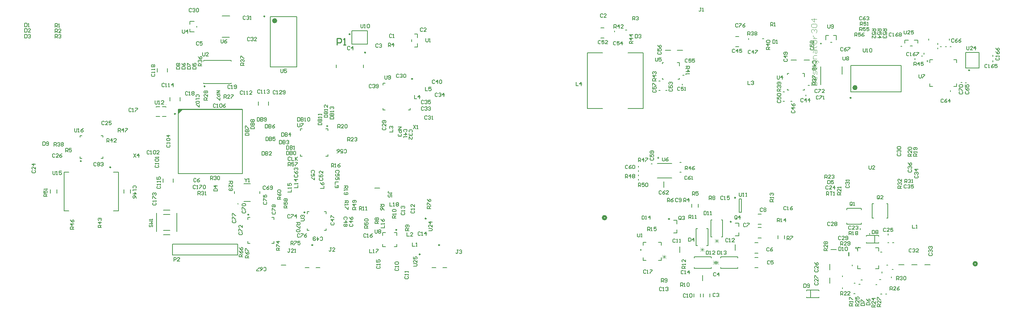
<source format=gto>
G04*
G04 #@! TF.GenerationSoftware,Altium Limited,Altium Designer,21.5.1 (32)*
G04*
G04 Layer_Color=65535*
%FSLAX25Y25*%
%MOIN*%
G70*
G04*
G04 #@! TF.SameCoordinates,ABBC0749-13DB-4E68-987F-24248C34E95F*
G04*
G04*
G04 #@! TF.FilePolarity,Positive*
G04*
G01*
G75*
%ADD52C,0.02000*%
%ADD53C,0.01000*%
%ADD155C,0.00600*%
%ADD156C,0.00984*%
%ADD157C,0.02362*%
%ADD158C,0.00787*%
%ADD159C,0.00300*%
%ADD160C,0.00394*%
G36*
X281229Y286028D02*
X281355D01*
X277418Y282090D01*
Y282217D01*
X277386Y282185D01*
Y286122D01*
X281323D01*
X281229Y286028D01*
D02*
G37*
G36*
X703427Y155749D02*
X702427D01*
Y157249D01*
X703427D01*
Y155749D01*
D02*
G37*
D52*
X1012135Y143800D02*
G03*
X1012135Y143800I-1500J0D01*
G01*
X671135Y186250D02*
G03*
X671135Y186250I-1500J0D01*
G01*
D53*
X894293Y151329D02*
Y154329D01*
X505630Y185500D02*
G03*
X505630Y185500I-500J0D01*
G01*
X500130Y152500D02*
G03*
X500130Y152500I-500J0D01*
G01*
X423446Y345700D02*
Y351698D01*
X426444D01*
X427444Y350698D01*
Y348699D01*
X426444Y347699D01*
X423446D01*
X429444Y345700D02*
X431443D01*
X430443D01*
Y351698D01*
X429444Y350698D01*
D155*
X869354Y346762D02*
G03*
X869354Y346762I-500J0D01*
G01*
X653935Y338250D02*
X668033D01*
X705335Y286850D02*
Y338250D01*
X691237D02*
X705335D01*
X653935Y286850D02*
Y338250D01*
Y286850D02*
X668033D01*
X691237D02*
X705335D01*
X873354Y350290D02*
Y354251D01*
X880383D02*
X883016D01*
Y350290D02*
Y354251D01*
X877627Y347936D02*
X878744D01*
X873354Y354251D02*
X875988D01*
X968967Y331817D02*
X971680D01*
X993567Y329104D02*
Y331817D01*
X990854Y307217D02*
X993567D01*
X968967D02*
X971680D01*
X993567D02*
Y309929D01*
X990854Y331817D02*
X993567D01*
X968967Y329104D02*
Y331817D01*
Y307217D02*
Y309929D01*
X902399Y158577D02*
X905303D01*
X921738Y155671D02*
Y158577D01*
X918833Y139238D02*
X921738D01*
X902399D02*
Y142144D01*
Y139238D02*
X905303D01*
X921738D02*
Y142144D01*
X918833Y158577D02*
X921738D01*
X902399Y155671D02*
Y158577D01*
X705127Y146869D02*
Y149471D01*
Y163569D02*
X707728D01*
X721827Y160968D02*
Y163569D01*
Y146869D02*
Y149471D01*
X705127Y146869D02*
X707728D01*
X705127Y160968D02*
Y163569D01*
X719226D02*
X721827D01*
X719226Y146869D02*
X721827D01*
X776635Y139559D02*
Y140700D01*
Y149220D02*
Y150359D01*
X792235D01*
Y139559D02*
Y140700D01*
X776635Y139559D02*
X792235D01*
Y149220D02*
Y150359D01*
X767735Y149220D02*
Y150359D01*
Y139559D02*
Y140700D01*
X752135Y139559D02*
X767735D01*
X752135Y149220D02*
Y150359D01*
X767735D01*
X752135Y139559D02*
Y140700D01*
X777195Y168659D02*
X778335D01*
X767535D02*
X768675D01*
X767535D02*
Y184259D01*
X777195D02*
X778335D01*
Y168659D02*
Y184259D01*
X767535D02*
X768675D01*
X763695Y160660D02*
X764835D01*
X754035D02*
X755175D01*
X754035D02*
Y176260D01*
X763695D02*
X764835D01*
Y160660D02*
Y176260D01*
X754035D02*
X755175D01*
X718093Y222910D02*
X731495D01*
X718093Y236312D02*
X731495D01*
X915935Y199250D02*
X917187D01*
X929084Y185850D02*
X930335D01*
X915935D02*
X917187D01*
X915935D02*
Y199250D01*
X929084D02*
X930335D01*
Y185850D02*
Y199250D01*
X892435Y180350D02*
Y181601D01*
X905835Y193498D02*
Y194750D01*
Y180350D02*
Y181601D01*
X892435Y180350D02*
X905835D01*
X892435Y193498D02*
Y194750D01*
X905835D01*
X953002Y179649D02*
Y176450D01*
X955135D01*
X956201D02*
X957268D01*
X956734D01*
Y179649D01*
X956201Y179116D01*
X922602Y203983D02*
Y206116D01*
X922069Y206649D01*
X921002D01*
X920469Y206116D01*
Y203983D01*
X921002Y203450D01*
X922069D01*
X921536Y204517D02*
X922602Y203450D01*
X922069D02*
X922602Y203983D01*
X925801Y203450D02*
X923668D01*
X925801Y205583D01*
Y206116D01*
X925268Y206649D01*
X924201D01*
X923668Y206116D01*
X897635Y197983D02*
Y200116D01*
X897102Y200649D01*
X896036D01*
X895502Y200116D01*
Y197983D01*
X896036Y197450D01*
X897102D01*
X896569Y198516D02*
X897635Y197450D01*
X897102D02*
X897635Y197983D01*
X898701Y197450D02*
X899768D01*
X899234D01*
Y200649D01*
X898701Y200116D01*
X945370Y358649D02*
Y355983D01*
X945903Y355450D01*
X946969D01*
X947502Y355983D01*
Y358649D01*
X950701Y355450D02*
X948569D01*
X950701Y357583D01*
Y358116D01*
X950168Y358649D01*
X949102D01*
X948569Y358116D01*
X953900Y358649D02*
X951768D01*
Y357050D01*
X952834Y357583D01*
X953367D01*
X953900Y357050D01*
Y355983D01*
X953367Y355450D01*
X952301D01*
X951768Y355983D01*
X1002870Y344149D02*
Y341483D01*
X1003403Y340950D01*
X1004469D01*
X1005002Y341483D01*
Y344149D01*
X1008201Y340950D02*
X1006069D01*
X1008201Y343083D01*
Y343616D01*
X1007668Y344149D01*
X1006602D01*
X1006069Y343616D01*
X1010867Y340950D02*
Y344149D01*
X1009268Y342550D01*
X1011400D01*
X793670Y209149D02*
Y206483D01*
X794203Y205950D01*
X795269D01*
X795802Y206483D01*
Y209149D01*
X796869Y205950D02*
X797935D01*
X797402D01*
Y209149D01*
X796869Y208616D01*
X799534Y205950D02*
X800601D01*
X800067D01*
Y209149D01*
X799534Y208616D01*
X907636Y342149D02*
Y339483D01*
X908169Y338950D01*
X909236D01*
X909769Y339483D01*
Y342149D01*
X910835Y338950D02*
X911902D01*
X911368D01*
Y342149D01*
X910835Y341616D01*
X913501D02*
X914034Y342149D01*
X915101D01*
X915634Y341616D01*
Y339483D01*
X915101Y338950D01*
X914034D01*
X913501Y339483D01*
Y341616D01*
X874969Y364149D02*
Y361483D01*
X875502Y360950D01*
X876569D01*
X877102Y361483D01*
Y364149D01*
X878168Y361483D02*
X878701Y360950D01*
X879768D01*
X880301Y361483D01*
Y363616D01*
X879768Y364149D01*
X878701D01*
X878168Y363616D01*
Y363083D01*
X878701Y362550D01*
X880301D01*
X888969Y334649D02*
Y331983D01*
X889502Y331450D01*
X890569D01*
X891102Y331983D01*
Y334649D01*
X892168Y334116D02*
X892701Y334649D01*
X893768D01*
X894301Y334116D01*
Y333583D01*
X893768Y333050D01*
X894301Y332517D01*
Y331983D01*
X893768Y331450D01*
X892701D01*
X892168Y331983D01*
Y332517D01*
X892701Y333050D01*
X892168Y333583D01*
Y334116D01*
X892701Y333050D02*
X893768D01*
X958969Y318149D02*
Y315483D01*
X959502Y314950D01*
X960569D01*
X961102Y315483D01*
Y318149D01*
X962168D02*
X964301D01*
Y317616D01*
X962168Y315483D01*
Y314950D01*
X722969Y241649D02*
Y238983D01*
X723502Y238450D01*
X724569D01*
X725102Y238983D01*
Y241649D01*
X728301D02*
X727235Y241116D01*
X726168Y240050D01*
Y238983D01*
X726701Y238450D01*
X727768D01*
X728301Y238983D01*
Y239516D01*
X727768Y240050D01*
X726168D01*
X716469Y333649D02*
Y330983D01*
X717002Y330450D01*
X718069D01*
X718602Y330983D01*
Y333649D01*
X721801D02*
X719668D01*
Y332050D01*
X720735Y332583D01*
X721268D01*
X721801Y332050D01*
Y330983D01*
X721268Y330450D01*
X720201D01*
X719668Y330983D01*
X828469Y317149D02*
Y314483D01*
X829002Y313950D01*
X830069D01*
X830602Y314483D01*
Y317149D01*
X833268Y313950D02*
Y317149D01*
X831668Y315550D01*
X833801D01*
X912969Y234149D02*
Y231483D01*
X913502Y230950D01*
X914569D01*
X915102Y231483D01*
Y234149D01*
X918301Y230950D02*
X916168D01*
X918301Y233083D01*
Y233616D01*
X917768Y234149D01*
X916701D01*
X916168Y233616D01*
X700002Y171649D02*
Y168983D01*
X700536Y168450D01*
X701602D01*
X702135Y168983D01*
Y171649D01*
X703201Y168450D02*
X704268D01*
X703734D01*
Y171649D01*
X703201Y171116D01*
X873903Y206950D02*
Y210149D01*
X875502D01*
X876035Y209616D01*
Y208550D01*
X875502Y208016D01*
X873903D01*
X874969D02*
X876035Y206950D01*
X877102Y210149D02*
X879235D01*
X878168D01*
Y206950D01*
X880301D02*
X881367D01*
X880834D01*
Y210149D01*
X880301Y209616D01*
X899870Y353450D02*
Y356649D01*
X901469D01*
X902002Y356116D01*
Y355050D01*
X901469Y354517D01*
X899870D01*
X900936D02*
X902002Y353450D01*
X905201Y356649D02*
X903069D01*
Y355050D01*
X904135Y355583D01*
X904668D01*
X905201Y355050D01*
Y353983D01*
X904668Y353450D01*
X903602D01*
X903069Y353983D01*
X908400Y356649D02*
X907334Y356116D01*
X906268Y355050D01*
Y353983D01*
X906801Y353450D01*
X907867D01*
X908400Y353983D01*
Y354517D01*
X907867Y355050D01*
X906268D01*
X904370Y358450D02*
Y361649D01*
X905969D01*
X906502Y361116D01*
Y360050D01*
X905969Y359517D01*
X904370D01*
X905436D02*
X906502Y358450D01*
X909701Y361649D02*
X907569D01*
Y360050D01*
X908635Y360583D01*
X909168D01*
X909701Y360050D01*
Y358983D01*
X909168Y358450D01*
X908102D01*
X907569Y358983D01*
X912900Y361649D02*
X910768D01*
Y360050D01*
X911834Y360583D01*
X912367D01*
X912900Y360050D01*
Y358983D01*
X912367Y358450D01*
X911301D01*
X910768Y358983D01*
X921036Y360315D02*
X924234D01*
Y358716D01*
X923701Y358182D01*
X922635D01*
X922102Y358716D01*
Y360315D01*
Y359249D02*
X921036Y358182D01*
X924234Y354983D02*
Y357116D01*
X922635D01*
X923168Y356050D01*
Y355517D01*
X922635Y354983D01*
X921569D01*
X921036Y355517D01*
Y356583D01*
X921569Y357116D01*
X921036Y352318D02*
X924234D01*
X922635Y353917D01*
Y351784D01*
X926036Y360315D02*
X929235D01*
Y358716D01*
X928701Y358182D01*
X927635D01*
X927102Y358716D01*
Y360315D01*
Y359249D02*
X926036Y358182D01*
X929235Y354983D02*
Y357116D01*
X927635D01*
X928168Y356050D01*
Y355517D01*
X927635Y354983D01*
X926569D01*
X926036Y355517D01*
Y356583D01*
X926569Y357116D01*
X928701Y353917D02*
X929235Y353384D01*
Y352318D01*
X928701Y351784D01*
X928168D01*
X927635Y352318D01*
Y352851D01*
Y352318D01*
X927102Y351784D01*
X926569D01*
X926036Y352318D01*
Y353384D01*
X926569Y353917D01*
X916036Y360315D02*
X919234D01*
Y358716D01*
X918701Y358182D01*
X917635D01*
X917102Y358716D01*
Y360315D01*
Y359249D02*
X916036Y358182D01*
X919234Y354983D02*
Y357116D01*
X917635D01*
X918168Y356050D01*
Y355517D01*
X917635Y354983D01*
X916569D01*
X916036Y355517D01*
Y356583D01*
X916569Y357116D01*
X916036Y351784D02*
Y353917D01*
X918168Y351784D01*
X918701D01*
X919234Y352318D01*
Y353384D01*
X918701Y353917D01*
X904903Y363450D02*
Y366649D01*
X906502D01*
X907036Y366116D01*
Y365050D01*
X906502Y364516D01*
X904903D01*
X905969D02*
X907036Y363450D01*
X910235Y366649D02*
X908102D01*
Y365050D01*
X909168Y365583D01*
X909701D01*
X910235Y365050D01*
Y363983D01*
X909701Y363450D01*
X908635D01*
X908102Y363983D01*
X911301Y363450D02*
X912367D01*
X911834D01*
Y366649D01*
X911301Y366116D01*
X700870Y214950D02*
Y218149D01*
X702469D01*
X703002Y217616D01*
Y216550D01*
X702469Y216017D01*
X700870D01*
X701936D02*
X703002Y214950D01*
X706201Y218149D02*
X704069D01*
Y216550D01*
X705135Y217083D01*
X705668D01*
X706201Y216550D01*
Y215483D01*
X705668Y214950D01*
X704602D01*
X704069Y215483D01*
X707268Y217616D02*
X707801Y218149D01*
X708867D01*
X709400Y217616D01*
Y215483D01*
X708867Y214950D01*
X707801D01*
X707268Y215483D01*
Y217616D01*
X688870Y222950D02*
Y226149D01*
X690469D01*
X691002Y225616D01*
Y224550D01*
X690469Y224016D01*
X688870D01*
X689936D02*
X691002Y222950D01*
X693668D02*
Y226149D01*
X692069Y224550D01*
X694201D01*
X695268Y225616D02*
X695801Y226149D01*
X696867D01*
X697400Y225616D01*
Y225083D01*
X696867Y224550D01*
X697400Y224016D01*
Y223483D01*
X696867Y222950D01*
X695801D01*
X695268Y223483D01*
Y224016D01*
X695801Y224550D01*
X695268Y225083D01*
Y225616D01*
X695801Y224550D02*
X696867D01*
X700870Y237950D02*
Y241149D01*
X702469D01*
X703002Y240616D01*
Y239550D01*
X702469Y239017D01*
X700870D01*
X701936D02*
X703002Y237950D01*
X705668D02*
Y241149D01*
X704069Y239550D01*
X706201D01*
X707268Y241149D02*
X709400D01*
Y240616D01*
X707268Y238483D01*
Y237950D01*
X743870Y230450D02*
Y233649D01*
X745469D01*
X746002Y233116D01*
Y232050D01*
X745469Y231517D01*
X743870D01*
X744936D02*
X746002Y230450D01*
X748668D02*
Y233649D01*
X747069Y232050D01*
X749201D01*
X752400Y233649D02*
X751334Y233116D01*
X750268Y232050D01*
Y230983D01*
X750801Y230450D01*
X751867D01*
X752400Y230983D01*
Y231517D01*
X751867Y232050D01*
X750268D01*
X954370Y326450D02*
Y329649D01*
X955969D01*
X956502Y329116D01*
Y328050D01*
X955969Y327517D01*
X954370D01*
X955436D02*
X956502Y326450D01*
X959168D02*
Y329649D01*
X957569Y328050D01*
X959701D01*
X962900Y329649D02*
X960768D01*
Y328050D01*
X961834Y328583D01*
X962367D01*
X962900Y328050D01*
Y326983D01*
X962367Y326450D01*
X961301D01*
X960768Y326983D01*
X695735Y346784D02*
X692535D01*
Y348384D01*
X693069Y348917D01*
X694135D01*
X694668Y348384D01*
Y346784D01*
Y347851D02*
X695735Y348917D01*
Y351583D02*
X692535D01*
X694135Y349983D01*
Y352116D01*
X695735Y354782D02*
X692535D01*
X694135Y353182D01*
Y355315D01*
X717235Y312284D02*
X714036D01*
Y313884D01*
X714569Y314417D01*
X715635D01*
X716168Y313884D01*
Y312284D01*
Y313351D02*
X717235Y314417D01*
Y317083D02*
X714036D01*
X715635Y315483D01*
Y317616D01*
X714569Y318682D02*
X714036Y319215D01*
Y320282D01*
X714569Y320815D01*
X715102D01*
X715635Y320282D01*
Y319749D01*
Y320282D01*
X716168Y320815D01*
X716701D01*
X717235Y320282D01*
Y319215D01*
X716701Y318682D01*
X678370Y360950D02*
Y364149D01*
X679969D01*
X680502Y363616D01*
Y362550D01*
X679969Y362017D01*
X678370D01*
X679436D02*
X680502Y360950D01*
X683168D02*
Y364149D01*
X681569Y362550D01*
X683701D01*
X686900Y360950D02*
X684768D01*
X686900Y363083D01*
Y363616D01*
X686367Y364149D01*
X685301D01*
X684768Y363616D01*
X744535Y325782D02*
X747734D01*
Y324182D01*
X747201Y323649D01*
X746135D01*
X745602Y324182D01*
Y325782D01*
Y324715D02*
X744535Y323649D01*
Y320983D02*
X747734D01*
X746135Y322583D01*
Y320450D01*
X744535Y319384D02*
Y318318D01*
Y318851D01*
X747734D01*
X747201Y319384D01*
X821735Y341284D02*
X818536D01*
Y342884D01*
X819069Y343417D01*
X820135D01*
X820668Y342884D01*
Y341284D01*
Y342351D02*
X821735Y343417D01*
Y346083D02*
X818536D01*
X820135Y344483D01*
Y346616D01*
X819069Y347682D02*
X818536Y348216D01*
Y349282D01*
X819069Y349815D01*
X821201D01*
X821735Y349282D01*
Y348216D01*
X821201Y347682D01*
X819069D01*
X831734Y302784D02*
X828535D01*
Y304384D01*
X829069Y304917D01*
X830135D01*
X830668Y304384D01*
Y302784D01*
Y303851D02*
X831734Y304917D01*
X829069Y305983D02*
X828535Y306517D01*
Y307583D01*
X829069Y308116D01*
X829602D01*
X830135Y307583D01*
Y307050D01*
Y307583D01*
X830668Y308116D01*
X831201D01*
X831734Y307583D01*
Y306517D01*
X831201Y305983D01*
Y309182D02*
X831734Y309716D01*
Y310782D01*
X831201Y311315D01*
X829069D01*
X828535Y310782D01*
Y309716D01*
X829069Y309182D01*
X829602D01*
X830135Y309716D01*
Y311315D01*
X801370Y354450D02*
Y357649D01*
X802969D01*
X803502Y357116D01*
Y356050D01*
X802969Y355517D01*
X801370D01*
X802436D02*
X803502Y354450D01*
X804569Y357116D02*
X805102Y357649D01*
X806168D01*
X806701Y357116D01*
Y356583D01*
X806168Y356050D01*
X805635D01*
X806168D01*
X806701Y355517D01*
Y354983D01*
X806168Y354450D01*
X805102D01*
X804569Y354983D01*
X807768Y357116D02*
X808301Y357649D01*
X809367D01*
X809900Y357116D01*
Y356583D01*
X809367Y356050D01*
X809900Y355517D01*
Y354983D01*
X809367Y354450D01*
X808301D01*
X807768Y354983D01*
Y355517D01*
X808301Y356050D01*
X807768Y356583D01*
Y357116D01*
X808301Y356050D02*
X809367D01*
X864235Y308784D02*
X861036D01*
Y310384D01*
X861569Y310917D01*
X862635D01*
X863168Y310384D01*
Y308784D01*
Y309851D02*
X864235Y310917D01*
X861569Y311983D02*
X861036Y312516D01*
Y313583D01*
X861569Y314116D01*
X862102D01*
X862635Y313583D01*
Y313050D01*
Y313583D01*
X863168Y314116D01*
X863701D01*
X864235Y313583D01*
Y312516D01*
X863701Y311983D01*
X861036Y315182D02*
Y317315D01*
X861569D01*
X863701Y315182D01*
X864235D01*
X942735Y213284D02*
X939536D01*
Y214884D01*
X940069Y215417D01*
X941135D01*
X941668Y214884D01*
Y213284D01*
Y214351D02*
X942735Y215417D01*
X940069Y216483D02*
X939536Y217017D01*
Y218083D01*
X940069Y218616D01*
X940602D01*
X941135Y218083D01*
Y217550D01*
Y218083D01*
X941668Y218616D01*
X942201D01*
X942735Y218083D01*
Y217017D01*
X942201Y216483D01*
X942735Y221815D02*
Y219682D01*
X940602Y221815D01*
X940069D01*
X939536Y221282D01*
Y220216D01*
X940069Y219682D01*
X945903Y218450D02*
Y221649D01*
X947502D01*
X948036Y221116D01*
Y220050D01*
X947502Y219516D01*
X945903D01*
X946969D02*
X948036Y218450D01*
X949102Y221116D02*
X949635Y221649D01*
X950701D01*
X951235Y221116D01*
Y220583D01*
X950701Y220050D01*
X950168D01*
X950701D01*
X951235Y219516D01*
Y218983D01*
X950701Y218450D01*
X949635D01*
X949102Y218983D01*
X952301Y218450D02*
X953367D01*
X952834D01*
Y221649D01*
X952301Y221116D01*
X938370Y128950D02*
Y132149D01*
X939969D01*
X940502Y131616D01*
Y130550D01*
X939969Y130017D01*
X938370D01*
X939436D02*
X940502Y128950D01*
X941569Y131616D02*
X942102Y132149D01*
X943168D01*
X943701Y131616D01*
Y131083D01*
X943168Y130550D01*
X942635D01*
X943168D01*
X943701Y130017D01*
Y129483D01*
X943168Y128950D01*
X942102D01*
X941569Y129483D01*
X944768Y131616D02*
X945301Y132149D01*
X946367D01*
X946900Y131616D01*
Y129483D01*
X946367Y128950D01*
X945301D01*
X944768Y129483D01*
Y131616D01*
X886870Y160950D02*
Y164149D01*
X888469D01*
X889002Y163616D01*
Y162550D01*
X888469Y162016D01*
X886870D01*
X887936D02*
X889002Y160950D01*
X892201D02*
X890069D01*
X892201Y163083D01*
Y163616D01*
X891668Y164149D01*
X890602D01*
X890069Y163616D01*
X893268Y161483D02*
X893801Y160950D01*
X894867D01*
X895400Y161483D01*
Y163616D01*
X894867Y164149D01*
X893801D01*
X893268Y163616D01*
Y163083D01*
X893801Y162550D01*
X895400D01*
X874734Y155784D02*
X871535D01*
Y157384D01*
X872069Y157917D01*
X873135D01*
X873668Y157384D01*
Y155784D01*
Y156851D02*
X874734Y157917D01*
Y161116D02*
Y158983D01*
X872602Y161116D01*
X872069D01*
X871535Y160583D01*
Y159517D01*
X872069Y158983D01*
Y162182D02*
X871535Y162715D01*
Y163782D01*
X872069Y164315D01*
X872602D01*
X873135Y163782D01*
X873668Y164315D01*
X874201D01*
X874734Y163782D01*
Y162715D01*
X874201Y162182D01*
X873668D01*
X873135Y162715D01*
X872602Y162182D01*
X872069D01*
X873135Y162715D02*
Y163782D01*
X923734Y104284D02*
X920535D01*
Y105884D01*
X921069Y106417D01*
X922135D01*
X922668Y105884D01*
Y104284D01*
Y105351D02*
X923734Y106417D01*
Y109616D02*
Y107483D01*
X921602Y109616D01*
X921069D01*
X920535Y109083D01*
Y108017D01*
X921069Y107483D01*
X920535Y110682D02*
Y112815D01*
X921069D01*
X923201Y110682D01*
X923734D01*
X932370Y119450D02*
Y122649D01*
X933969D01*
X934502Y122116D01*
Y121050D01*
X933969Y120517D01*
X932370D01*
X933436D02*
X934502Y119450D01*
X937701D02*
X935569D01*
X937701Y121583D01*
Y122116D01*
X937168Y122649D01*
X936102D01*
X935569Y122116D01*
X940900Y122649D02*
X939834Y122116D01*
X938768Y121050D01*
Y119983D01*
X939301Y119450D01*
X940367D01*
X940900Y119983D01*
Y120517D01*
X940367Y121050D01*
X938768D01*
X903734Y104784D02*
X900535D01*
Y106384D01*
X901069Y106917D01*
X902135D01*
X902668Y106384D01*
Y104784D01*
Y105851D02*
X903734Y106917D01*
Y110116D02*
Y107983D01*
X901602Y110116D01*
X901069D01*
X900535Y109583D01*
Y108517D01*
X901069Y107983D01*
X900535Y113315D02*
Y111182D01*
X902135D01*
X901602Y112249D01*
Y112782D01*
X902135Y113315D01*
X903201D01*
X903734Y112782D01*
Y111715D01*
X903201Y111182D01*
X918734Y103784D02*
X915536D01*
Y105384D01*
X916069Y105917D01*
X917135D01*
X917668Y105384D01*
Y103784D01*
Y104851D02*
X918734Y105917D01*
Y109116D02*
Y106983D01*
X916602Y109116D01*
X916069D01*
X915536Y108583D01*
Y107517D01*
X916069Y106983D01*
X918734Y111782D02*
X915536D01*
X917135Y110182D01*
Y112315D01*
X872370Y222450D02*
Y225649D01*
X873969D01*
X874502Y225116D01*
Y224050D01*
X873969Y223517D01*
X872370D01*
X873436D02*
X874502Y222450D01*
X877701D02*
X875569D01*
X877701Y224583D01*
Y225116D01*
X877168Y225649D01*
X876102D01*
X875569Y225116D01*
X878768D02*
X879301Y225649D01*
X880367D01*
X880900Y225116D01*
Y224583D01*
X880367Y224050D01*
X879834D01*
X880367D01*
X880900Y223517D01*
Y222983D01*
X880367Y222450D01*
X879301D01*
X878768Y222983D01*
X886870Y114950D02*
Y118149D01*
X888469D01*
X889002Y117616D01*
Y116550D01*
X888469Y116016D01*
X886870D01*
X887936D02*
X889002Y114950D01*
X892201D02*
X890069D01*
X892201Y117083D01*
Y117616D01*
X891668Y118149D01*
X890602D01*
X890069Y117616D01*
X895400Y114950D02*
X893268D01*
X895400Y117083D01*
Y117616D01*
X894867Y118149D01*
X893801D01*
X893268Y117616D01*
X887234Y207317D02*
X884035D01*
Y208917D01*
X884569Y209450D01*
X885635D01*
X886168Y208917D01*
Y207317D01*
Y208384D02*
X887234Y209450D01*
Y212649D02*
Y210517D01*
X885102Y212649D01*
X884569D01*
X884035Y212116D01*
Y211050D01*
X884569Y210517D01*
X887234Y213716D02*
Y214782D01*
Y214249D01*
X884035D01*
X884569Y213716D01*
X952234Y242784D02*
X949035D01*
Y244384D01*
X949569Y244917D01*
X950635D01*
X951168Y244384D01*
Y242784D01*
Y243851D02*
X952234Y244917D01*
Y248116D02*
Y245983D01*
X950102Y248116D01*
X949569D01*
X949035Y247583D01*
Y246516D01*
X949569Y245983D01*
Y249182D02*
X949035Y249715D01*
Y250782D01*
X949569Y251315D01*
X951701D01*
X952234Y250782D01*
Y249715D01*
X951701Y249182D01*
X949569D01*
X957234Y243051D02*
X954035D01*
Y244651D01*
X954569Y245184D01*
X955635D01*
X956168Y244651D01*
Y243051D01*
Y244117D02*
X957234Y245184D01*
Y246250D02*
Y247316D01*
Y246783D01*
X954035D01*
X954569Y246250D01*
X956701Y248916D02*
X957234Y249449D01*
Y250515D01*
X956701Y251048D01*
X954569D01*
X954035Y250515D01*
Y249449D01*
X954569Y248916D01*
X955102D01*
X955635Y249449D01*
Y251048D01*
X894636Y170450D02*
Y173649D01*
X896236D01*
X896769Y173116D01*
Y172050D01*
X896236Y171517D01*
X894636D01*
X895703D02*
X896769Y170450D01*
X897835D02*
X898902D01*
X898368D01*
Y173649D01*
X897835Y173116D01*
X900501D02*
X901034Y173649D01*
X902101D01*
X902634Y173116D01*
Y172583D01*
X902101Y172050D01*
X902634Y171517D01*
Y170983D01*
X902101Y170450D01*
X901034D01*
X900501Y170983D01*
Y171517D01*
X901034Y172050D01*
X900501Y172583D01*
Y173116D01*
X901034Y172050D02*
X902101D01*
X898234Y105051D02*
X895035D01*
Y106650D01*
X895569Y107184D01*
X896635D01*
X897168Y106650D01*
Y105051D01*
Y106117D02*
X898234Y107184D01*
Y108250D02*
Y109316D01*
Y108783D01*
X895035D01*
X895569Y108250D01*
X895035Y110916D02*
Y113048D01*
X895569D01*
X897701Y110916D01*
X898234D01*
X709294Y174281D02*
Y177480D01*
X710894D01*
X711427Y176946D01*
Y175880D01*
X710894Y175347D01*
X709294D01*
X710361D02*
X711427Y174281D01*
X712493D02*
X713560D01*
X713027D01*
Y177480D01*
X712493Y176946D01*
X717292Y177480D02*
X715159D01*
Y175880D01*
X716225Y176413D01*
X716759D01*
X717292Y175880D01*
Y174814D01*
X716759Y174281D01*
X715692D01*
X715159Y174814D01*
X828636Y182450D02*
Y185649D01*
X830236D01*
X830769Y185116D01*
Y184050D01*
X830236Y183517D01*
X828636D01*
X829703D02*
X830769Y182450D01*
X831835D02*
X832902D01*
X832368D01*
Y185649D01*
X831835Y185116D01*
X836101Y182450D02*
Y185649D01*
X834501Y184050D01*
X836634D01*
X825235Y201051D02*
X822036D01*
Y202650D01*
X822569Y203184D01*
X823635D01*
X824168Y202650D01*
Y201051D01*
Y202117D02*
X825235Y203184D01*
Y204250D02*
Y205316D01*
Y204783D01*
X822036D01*
X822569Y204250D01*
Y206916D02*
X822036Y207449D01*
Y208515D01*
X822569Y209048D01*
X823102D01*
X823635Y208515D01*
Y207982D01*
Y208515D01*
X824168Y209048D01*
X824701D01*
X825235Y208515D01*
Y207449D01*
X824701Y206916D01*
X744235Y139551D02*
X741036D01*
Y141150D01*
X741569Y141684D01*
X742635D01*
X743168Y141150D01*
Y139551D01*
Y140617D02*
X744235Y141684D01*
Y142750D02*
Y143816D01*
Y143283D01*
X741036D01*
X741569Y142750D01*
X744235Y147548D02*
Y145416D01*
X742102Y147548D01*
X741569D01*
X741036Y147015D01*
Y145949D01*
X741569Y145416D01*
X747169Y185450D02*
Y188649D01*
X748769D01*
X749302Y188116D01*
Y187050D01*
X748769Y186516D01*
X747169D01*
X748236D02*
X749302Y185450D01*
X750368D02*
X751435D01*
X750902D01*
Y188649D01*
X750368Y188116D01*
X753034Y185450D02*
X754101D01*
X753567D01*
Y188649D01*
X753034Y188116D01*
X739636Y122950D02*
Y126149D01*
X741236D01*
X741769Y125616D01*
Y124550D01*
X741236Y124016D01*
X739636D01*
X740703D02*
X741769Y122950D01*
X742835D02*
X743902D01*
X743368D01*
Y126149D01*
X742835Y125616D01*
X745501D02*
X746034Y126149D01*
X747101D01*
X747634Y125616D01*
Y123483D01*
X747101Y122950D01*
X746034D01*
X745501Y123483D01*
Y125616D01*
X721969Y126950D02*
Y130149D01*
X723569D01*
X724102Y129616D01*
Y128550D01*
X723569Y128016D01*
X721969D01*
X723036D02*
X724102Y126950D01*
X725168Y127483D02*
X725701Y126950D01*
X726768D01*
X727301Y127483D01*
Y129616D01*
X726768Y130149D01*
X725701D01*
X725168Y129616D01*
Y129083D01*
X725701Y128550D01*
X727301D01*
X765969Y202950D02*
Y206149D01*
X767569D01*
X768102Y205616D01*
Y204550D01*
X767569Y204016D01*
X765969D01*
X767036D02*
X768102Y202950D01*
X769168Y205616D02*
X769701Y206149D01*
X770768D01*
X771301Y205616D01*
Y205083D01*
X770768Y204550D01*
X771301Y204016D01*
Y203483D01*
X770768Y202950D01*
X769701D01*
X769168Y203483D01*
Y204016D01*
X769701Y204550D01*
X769168Y205083D01*
Y205616D01*
X769701Y204550D02*
X770768D01*
X837469Y165950D02*
Y169149D01*
X839069D01*
X839602Y168616D01*
Y167550D01*
X839069Y167016D01*
X837469D01*
X838536D02*
X839602Y165950D01*
X840668Y169149D02*
X842801D01*
Y168616D01*
X840668Y166483D01*
Y165950D01*
X727469Y200950D02*
Y204149D01*
X729069D01*
X729602Y203616D01*
Y202550D01*
X729069Y202016D01*
X727469D01*
X728536D02*
X729602Y200950D01*
X732801Y204149D02*
X731735Y203616D01*
X730668Y202550D01*
Y201483D01*
X731201Y200950D01*
X732268D01*
X732801Y201483D01*
Y202016D01*
X732268Y202550D01*
X730668D01*
X750469Y206950D02*
Y210149D01*
X752069D01*
X752602Y209616D01*
Y208550D01*
X752069Y208016D01*
X750469D01*
X751536D02*
X752602Y206950D01*
X755801Y210149D02*
X753668D01*
Y208550D01*
X754735Y209083D01*
X755268D01*
X755801Y208550D01*
Y207483D01*
X755268Y206950D01*
X754201D01*
X753668Y207483D01*
X742469Y200950D02*
Y204149D01*
X744069D01*
X744602Y203616D01*
Y202550D01*
X744069Y202016D01*
X742469D01*
X743536D02*
X744602Y200950D01*
X747268D02*
Y204149D01*
X745668Y202550D01*
X747801D01*
X695469Y368450D02*
Y371649D01*
X697069D01*
X697602Y371116D01*
Y370050D01*
X697069Y369516D01*
X695469D01*
X696536D02*
X697602Y368450D01*
X698668Y371116D02*
X699201Y371649D01*
X700268D01*
X700801Y371116D01*
Y370583D01*
X700268Y370050D01*
X699734D01*
X700268D01*
X700801Y369516D01*
Y368983D01*
X700268Y368450D01*
X699201D01*
X698668Y368983D01*
X822502Y362950D02*
Y366149D01*
X824102D01*
X824635Y365616D01*
Y364550D01*
X824102Y364017D01*
X822502D01*
X823569D02*
X824635Y362950D01*
X825701D02*
X826768D01*
X826235D01*
Y366149D01*
X825701Y365616D01*
X791602Y185483D02*
Y187616D01*
X791069Y188149D01*
X790002D01*
X789469Y187616D01*
Y185483D01*
X790002Y184950D01*
X791069D01*
X790536Y186016D02*
X791602Y184950D01*
X791069D02*
X791602Y185483D01*
X794268Y184950D02*
Y188149D01*
X792668Y186550D01*
X794801D01*
X740102Y184983D02*
Y187116D01*
X739569Y187649D01*
X738502D01*
X737969Y187116D01*
Y184983D01*
X738502Y184450D01*
X739569D01*
X739036Y185517D02*
X740102Y184450D01*
X739569D02*
X740102Y184983D01*
X741168Y187116D02*
X741701Y187649D01*
X742768D01*
X743301Y187116D01*
Y186583D01*
X742768Y186050D01*
X742235D01*
X742768D01*
X743301Y185517D01*
Y184983D01*
X742768Y184450D01*
X741701D01*
X741168Y184983D01*
X643469Y311149D02*
Y307950D01*
X645602D01*
X648268D02*
Y311149D01*
X646668Y309550D01*
X648801D01*
X801469Y312149D02*
Y308950D01*
X803602D01*
X804668Y311616D02*
X805201Y312149D01*
X806268D01*
X806801Y311616D01*
Y311083D01*
X806268Y310550D01*
X805735D01*
X806268D01*
X806801Y310016D01*
Y309483D01*
X806268Y308950D01*
X805201D01*
X804668Y309483D01*
X704053Y188069D02*
Y184870D01*
X705653D01*
X706186Y185403D01*
Y187536D01*
X705653Y188069D01*
X704053D01*
X707252Y184870D02*
X708318D01*
X707785D01*
Y188069D01*
X707252Y187536D01*
X711517Y184870D02*
Y188069D01*
X709918Y186469D01*
X712050D01*
X773636Y155649D02*
Y152450D01*
X775236D01*
X775769Y152983D01*
Y155116D01*
X775236Y155649D01*
X773636D01*
X776835Y152450D02*
X777902D01*
X777368D01*
Y155649D01*
X776835Y155116D01*
X779501D02*
X780034Y155649D01*
X781101D01*
X781634Y155116D01*
Y154583D01*
X781101Y154050D01*
X780567D01*
X781101D01*
X781634Y153516D01*
Y152983D01*
X781101Y152450D01*
X780034D01*
X779501Y152983D01*
X763136Y155649D02*
Y152450D01*
X764736D01*
X765269Y152983D01*
Y155116D01*
X764736Y155649D01*
X763136D01*
X766335Y152450D02*
X767402D01*
X766868D01*
Y155649D01*
X766335Y155116D01*
X771134Y152450D02*
X769001D01*
X771134Y154583D01*
Y155116D01*
X770601Y155649D01*
X769534D01*
X769001Y155116D01*
X761169Y192149D02*
Y188950D01*
X762769D01*
X763302Y189483D01*
Y191616D01*
X762769Y192149D01*
X761169D01*
X764368Y188950D02*
X765435D01*
X764902D01*
Y192149D01*
X764368Y191616D01*
X767034Y188950D02*
X768101D01*
X767567D01*
Y192149D01*
X767034Y191616D01*
X885136Y159149D02*
Y155950D01*
X886736D01*
X887269Y156483D01*
Y158616D01*
X886736Y159149D01*
X885136D01*
X888335Y155950D02*
X889402D01*
X888869D01*
Y159149D01*
X888335Y158616D01*
X891001D02*
X891534Y159149D01*
X892601D01*
X893134Y158616D01*
Y156483D01*
X892601Y155950D01*
X891534D01*
X891001Y156483D01*
Y158616D01*
X852969Y125149D02*
Y121950D01*
X854569D01*
X855102Y122483D01*
Y124616D01*
X854569Y125149D01*
X852969D01*
X856168Y122483D02*
X856701Y121950D01*
X857768D01*
X858301Y122483D01*
Y124616D01*
X857768Y125149D01*
X856701D01*
X856168Y124616D01*
Y124083D01*
X856701Y123550D01*
X858301D01*
X915969Y174649D02*
Y171450D01*
X917569D01*
X918102Y171983D01*
Y174116D01*
X917569Y174649D01*
X915969D01*
X919168Y174116D02*
X919701Y174649D01*
X920768D01*
X921301Y174116D01*
Y173583D01*
X920768Y173050D01*
X921301Y172517D01*
Y171983D01*
X920768Y171450D01*
X919701D01*
X919168Y171983D01*
Y172517D01*
X919701Y173050D01*
X919168Y173583D01*
Y174116D01*
X919701Y173050D02*
X920768D01*
X905536Y105384D02*
X908735D01*
Y106983D01*
X908201Y107517D01*
X906069D01*
X905536Y106983D01*
Y105384D01*
Y108583D02*
Y110715D01*
X906069D01*
X908201Y108583D01*
X908735D01*
X910536Y105884D02*
X913735D01*
Y107483D01*
X913201Y108017D01*
X911069D01*
X910536Y107483D01*
Y105884D01*
Y111215D02*
X911069Y110149D01*
X912135Y109083D01*
X913201D01*
X913735Y109616D01*
Y110682D01*
X913201Y111215D01*
X912668D01*
X912135Y110682D01*
Y109083D01*
X874969Y220649D02*
Y217450D01*
X876569D01*
X877102Y217983D01*
Y220116D01*
X876569Y220649D01*
X874969D01*
X880301D02*
X878168D01*
Y219050D01*
X879235Y219583D01*
X879768D01*
X880301Y219050D01*
Y217983D01*
X879768Y217450D01*
X878701D01*
X878168Y217983D01*
X746969Y167649D02*
Y164450D01*
X748569D01*
X749102Y164983D01*
Y167116D01*
X748569Y167649D01*
X746969D01*
X751768Y164450D02*
Y167649D01*
X750168Y166050D01*
X752301D01*
X697969Y355149D02*
Y351950D01*
X699569D01*
X700102Y352483D01*
Y354616D01*
X699569Y355149D01*
X697969D01*
X701168Y354616D02*
X701701Y355149D01*
X702768D01*
X703301Y354616D01*
Y354083D01*
X702768Y353550D01*
X702235D01*
X702768D01*
X703301Y353016D01*
Y352483D01*
X702768Y351950D01*
X701701D01*
X701168Y352483D01*
X824502Y350149D02*
Y346950D01*
X826102D01*
X826635Y347483D01*
Y349616D01*
X826102Y350149D01*
X824502D01*
X827701Y346950D02*
X828768D01*
X828234D01*
Y350149D01*
X827701Y349616D01*
X933669Y356116D02*
X933136Y356649D01*
X932070D01*
X931537Y356116D01*
Y353983D01*
X932070Y353450D01*
X933136D01*
X933669Y353983D01*
X934736Y353450D02*
X935802D01*
X935269D01*
Y356649D01*
X934736Y356116D01*
X939534Y356649D02*
X938468Y356116D01*
X937402Y355050D01*
Y353983D01*
X937935Y353450D01*
X939001D01*
X939534Y353983D01*
Y354517D01*
X939001Y355050D01*
X937402D01*
X940601Y356116D02*
X941134Y356649D01*
X942200D01*
X942733Y356116D01*
Y355583D01*
X942200Y355050D01*
X942733Y354517D01*
Y353983D01*
X942200Y353450D01*
X941134D01*
X940601Y353983D01*
Y354517D01*
X941134Y355050D01*
X940601Y355583D01*
Y356116D01*
X941134Y355050D02*
X942200D01*
X949669Y338116D02*
X949136Y338649D01*
X948070D01*
X947537Y338116D01*
Y335983D01*
X948070Y335450D01*
X949136D01*
X949669Y335983D01*
X950736Y335450D02*
X951802D01*
X951269D01*
Y338649D01*
X950736Y338116D01*
X955534Y338649D02*
X954468Y338116D01*
X953402Y337050D01*
Y335983D01*
X953935Y335450D01*
X955001D01*
X955534Y335983D01*
Y336516D01*
X955001Y337050D01*
X953402D01*
X956601Y338649D02*
X958733D01*
Y338116D01*
X956601Y335983D01*
Y335450D01*
X1030069Y333584D02*
X1029535Y333051D01*
Y331985D01*
X1030069Y331452D01*
X1032201D01*
X1032734Y331985D01*
Y333051D01*
X1032201Y333584D01*
X1032734Y334650D02*
Y335717D01*
Y335184D01*
X1029535D01*
X1030069Y334650D01*
X1029535Y339449D02*
X1030069Y338383D01*
X1031135Y337316D01*
X1032201D01*
X1032734Y337849D01*
Y338916D01*
X1032201Y339449D01*
X1031668D01*
X1031135Y338916D01*
Y337316D01*
X1029535Y342648D02*
X1030069Y341582D01*
X1031135Y340515D01*
X1032201D01*
X1032734Y341048D01*
Y342115D01*
X1032201Y342648D01*
X1031668D01*
X1031135Y342115D01*
Y340515D01*
X1021669Y327116D02*
X1021136Y327649D01*
X1020070D01*
X1019537Y327116D01*
Y324983D01*
X1020070Y324450D01*
X1021136D01*
X1021669Y324983D01*
X1022736Y324450D02*
X1023802D01*
X1023269D01*
Y327649D01*
X1022736Y327116D01*
X1027534Y327649D02*
X1026468Y327116D01*
X1025402Y326050D01*
Y324983D01*
X1025935Y324450D01*
X1027001D01*
X1027534Y324983D01*
Y325517D01*
X1027001Y326050D01*
X1025402D01*
X1030733Y327649D02*
X1028601D01*
Y326050D01*
X1029667Y326583D01*
X1030200D01*
X1030733Y326050D01*
Y324983D01*
X1030200Y324450D01*
X1029134D01*
X1028601Y324983D01*
X792502Y364616D02*
X791969Y365149D01*
X790903D01*
X790370Y364616D01*
Y362483D01*
X790903Y361950D01*
X791969D01*
X792502Y362483D01*
X793569Y365149D02*
X795701D01*
Y364616D01*
X793569Y362483D01*
Y361950D01*
X798900Y365149D02*
X797834Y364616D01*
X796768Y363550D01*
Y362483D01*
X797301Y361950D01*
X798367D01*
X798900Y362483D01*
Y363017D01*
X798367Y363550D01*
X796768D01*
X865502Y304116D02*
X864969Y304649D01*
X863903D01*
X863370Y304116D01*
Y301983D01*
X863903Y301450D01*
X864969D01*
X865502Y301983D01*
X866569Y304649D02*
X868701D01*
Y304116D01*
X866569Y301983D01*
Y301450D01*
X871900D02*
X869768D01*
X871900Y303583D01*
Y304116D01*
X871367Y304649D01*
X870301D01*
X869768Y304116D01*
X866535Y298116D02*
X866002Y298649D01*
X864936D01*
X864403Y298116D01*
Y295983D01*
X864936Y295450D01*
X866002D01*
X866535Y295983D01*
X867602Y298649D02*
X869734D01*
Y298116D01*
X867602Y295983D01*
Y295450D01*
X870801D02*
X871867D01*
X871334D01*
Y298649D01*
X870801Y298116D01*
X996569Y302417D02*
X996035Y301884D01*
Y300817D01*
X996569Y300284D01*
X998701D01*
X999234Y300817D01*
Y301884D01*
X998701Y302417D01*
X996035Y303483D02*
Y305616D01*
X996569D01*
X998701Y303483D01*
X999234D01*
X996569Y306682D02*
X996035Y307215D01*
Y308282D01*
X996569Y308815D01*
X998701D01*
X999234Y308282D01*
Y307215D01*
X998701Y306682D01*
X996569D01*
X889002Y342616D02*
X888469Y343149D01*
X887403D01*
X886870Y342616D01*
Y340483D01*
X887403Y339950D01*
X888469D01*
X889002Y340483D01*
X892201Y343149D02*
X891135Y342616D01*
X890069Y341550D01*
Y340483D01*
X890602Y339950D01*
X891668D01*
X892201Y340483D01*
Y341017D01*
X891668Y341550D01*
X890069D01*
X893268Y343149D02*
X895400D01*
Y342616D01*
X893268Y340483D01*
Y339950D01*
X991152Y350649D02*
X990619Y351182D01*
X989552D01*
X989019Y350649D01*
Y348516D01*
X989552Y347983D01*
X990619D01*
X991152Y348516D01*
X994351Y351182D02*
X993285Y350649D01*
X992218Y349583D01*
Y348516D01*
X992751Y347983D01*
X993818D01*
X994351Y348516D01*
Y349049D01*
X993818Y349583D01*
X992218D01*
X997550Y351182D02*
X996484Y350649D01*
X995417Y349583D01*
Y348516D01*
X995950Y347983D01*
X997017D01*
X997550Y348516D01*
Y349049D01*
X997017Y349583D01*
X995417D01*
X1002069Y302417D02*
X1001536Y301884D01*
Y300817D01*
X1002069Y300284D01*
X1004201D01*
X1004735Y300817D01*
Y301884D01*
X1004201Y302417D01*
X1001536Y305616D02*
X1002069Y304550D01*
X1003135Y303483D01*
X1004201D01*
X1004735Y304016D01*
Y305083D01*
X1004201Y305616D01*
X1003668D01*
X1003135Y305083D01*
Y303483D01*
X1001536Y308815D02*
Y306682D01*
X1003135D01*
X1002602Y307749D01*
Y308282D01*
X1003135Y308815D01*
X1004201D01*
X1004735Y308282D01*
Y307215D01*
X1004201Y306682D01*
X981502Y295116D02*
X980969Y295649D01*
X979903D01*
X979370Y295116D01*
Y292983D01*
X979903Y292450D01*
X980969D01*
X981502Y292983D01*
X984701Y295649D02*
X983635Y295116D01*
X982569Y294050D01*
Y292983D01*
X983102Y292450D01*
X984168D01*
X984701Y292983D01*
Y293516D01*
X984168Y294050D01*
X982569D01*
X987367Y292450D02*
Y295649D01*
X985768Y294050D01*
X987900D01*
X906502Y371116D02*
X905969Y371649D01*
X904903D01*
X904370Y371116D01*
Y368983D01*
X904903Y368450D01*
X905969D01*
X906502Y368983D01*
X909701Y371649D02*
X908635Y371116D01*
X907569Y370050D01*
Y368983D01*
X908102Y368450D01*
X909168D01*
X909701Y368983D01*
Y369516D01*
X909168Y370050D01*
X907569D01*
X910768Y371116D02*
X911301Y371649D01*
X912367D01*
X912900Y371116D01*
Y370583D01*
X912367Y370050D01*
X911834D01*
X912367D01*
X912900Y369516D01*
Y368983D01*
X912367Y368450D01*
X911301D01*
X910768Y368983D01*
X722002Y210616D02*
X721469Y211149D01*
X720403D01*
X719870Y210616D01*
Y208483D01*
X720403Y207950D01*
X721469D01*
X722002Y208483D01*
X725201Y211149D02*
X724135Y210616D01*
X723069Y209550D01*
Y208483D01*
X723602Y207950D01*
X724668D01*
X725201Y208483D01*
Y209016D01*
X724668Y209550D01*
X723069D01*
X728400Y207950D02*
X726268D01*
X728400Y210083D01*
Y210616D01*
X727867Y211149D01*
X726801D01*
X726268Y210616D01*
X745536Y224116D02*
X745002Y224649D01*
X743936D01*
X743403Y224116D01*
Y221983D01*
X743936Y221450D01*
X745002D01*
X745536Y221983D01*
X748735Y224649D02*
X747668Y224116D01*
X746602Y223050D01*
Y221983D01*
X747135Y221450D01*
X748201D01*
X748735Y221983D01*
Y222516D01*
X748201Y223050D01*
X746602D01*
X749801Y221450D02*
X750867D01*
X750334D01*
Y224649D01*
X749801Y224116D01*
X691002Y234116D02*
X690469Y234649D01*
X689403D01*
X688870Y234116D01*
Y231983D01*
X689403Y231450D01*
X690469D01*
X691002Y231983D01*
X694201Y234649D02*
X693135Y234116D01*
X692069Y233050D01*
Y231983D01*
X692602Y231450D01*
X693668D01*
X694201Y231983D01*
Y232517D01*
X693668Y233050D01*
X692069D01*
X695268Y234116D02*
X695801Y234649D01*
X696867D01*
X697400Y234116D01*
Y231983D01*
X696867Y231450D01*
X695801D01*
X695268Y231983D01*
Y234116D01*
X712069Y241417D02*
X711536Y240884D01*
Y239818D01*
X712069Y239284D01*
X714201D01*
X714735Y239818D01*
Y240884D01*
X714201Y241417D01*
X711536Y244616D02*
Y242483D01*
X713135D01*
X712602Y243550D01*
Y244083D01*
X713135Y244616D01*
X714201D01*
X714735Y244083D01*
Y243017D01*
X714201Y242483D01*
Y245682D02*
X714735Y246216D01*
Y247282D01*
X714201Y247815D01*
X712069D01*
X711536Y247282D01*
Y246216D01*
X712069Y245682D01*
X712602D01*
X713135Y246216D01*
Y247815D01*
X859569Y342917D02*
X859035Y342384D01*
Y341318D01*
X859569Y340784D01*
X861701D01*
X862234Y341318D01*
Y342384D01*
X861701Y342917D01*
X859035Y346116D02*
Y343983D01*
X860635D01*
X860102Y345050D01*
Y345583D01*
X860635Y346116D01*
X861701D01*
X862234Y345583D01*
Y344516D01*
X861701Y343983D01*
X859569Y347182D02*
X859035Y347715D01*
Y348782D01*
X859569Y349315D01*
X860102D01*
X860635Y348782D01*
X861168Y349315D01*
X861701D01*
X862234Y348782D01*
Y347715D01*
X861701Y347182D01*
X861168D01*
X860635Y347715D01*
X860102Y347182D01*
X859569D01*
X860635Y347715D02*
Y348782D01*
X714569Y303917D02*
X714036Y303384D01*
Y302318D01*
X714569Y301784D01*
X716701D01*
X717235Y302318D01*
Y303384D01*
X716701Y303917D01*
X714036Y307116D02*
Y304983D01*
X715635D01*
X715102Y306050D01*
Y306583D01*
X715635Y307116D01*
X716701D01*
X717235Y306583D01*
Y305517D01*
X716701Y304983D01*
X714036Y308182D02*
Y310315D01*
X714569D01*
X716701Y308182D01*
X717235D01*
X719069Y338917D02*
X718536Y338384D01*
Y337318D01*
X719069Y336784D01*
X721201D01*
X721735Y337318D01*
Y338384D01*
X721201Y338917D01*
X718536Y342116D02*
Y339983D01*
X720135D01*
X719602Y341050D01*
Y341583D01*
X720135Y342116D01*
X721201D01*
X721735Y341583D01*
Y340516D01*
X721201Y339983D01*
X718536Y345315D02*
X719069Y344249D01*
X720135Y343182D01*
X721201D01*
X721735Y343716D01*
Y344782D01*
X721201Y345315D01*
X720668D01*
X720135Y344782D01*
Y343182D01*
X746002Y332116D02*
X745469Y332649D01*
X744403D01*
X743870Y332116D01*
Y329983D01*
X744403Y329450D01*
X745469D01*
X746002Y329983D01*
X749201Y332649D02*
X747069D01*
Y331050D01*
X748135Y331583D01*
X748668D01*
X749201Y331050D01*
Y329983D01*
X748668Y329450D01*
X747602D01*
X747069Y329983D01*
X752400Y332649D02*
X750268D01*
Y331050D01*
X751334Y331583D01*
X751867D01*
X752400Y331050D01*
Y329983D01*
X751867Y329450D01*
X750801D01*
X750268Y329983D01*
X680002Y348116D02*
X679469Y348649D01*
X678403D01*
X677870Y348116D01*
Y345983D01*
X678403Y345450D01*
X679469D01*
X680002Y345983D01*
X683201Y348649D02*
X681069D01*
Y347050D01*
X682135Y347583D01*
X682668D01*
X683201Y347050D01*
Y345983D01*
X682668Y345450D01*
X681602D01*
X681069Y345983D01*
X685867Y345450D02*
Y348649D01*
X684268Y347050D01*
X686400D01*
X729569Y304917D02*
X729036Y304384D01*
Y303318D01*
X729569Y302784D01*
X731701D01*
X732234Y303318D01*
Y304384D01*
X731701Y304917D01*
X729036Y308116D02*
Y305983D01*
X730635D01*
X730102Y307050D01*
Y307583D01*
X730635Y308116D01*
X731701D01*
X732234Y307583D01*
Y306517D01*
X731701Y305983D01*
X729569Y309182D02*
X729036Y309716D01*
Y310782D01*
X729569Y311315D01*
X730102D01*
X730635Y310782D01*
Y310249D01*
Y310782D01*
X731168Y311315D01*
X731701D01*
X732234Y310782D01*
Y309716D01*
X731701Y309182D01*
X666002Y349116D02*
X665469Y349649D01*
X664403D01*
X663870Y349116D01*
Y346983D01*
X664403Y346450D01*
X665469D01*
X666002Y346983D01*
X669201Y349649D02*
X667069D01*
Y348050D01*
X668135Y348583D01*
X668668D01*
X669201Y348050D01*
Y346983D01*
X668668Y346450D01*
X667602D01*
X667069Y346983D01*
X672400Y346450D02*
X670268D01*
X672400Y348583D01*
Y349116D01*
X671867Y349649D01*
X670801D01*
X670268Y349116D01*
X739036Y306116D02*
X738502Y306649D01*
X737436D01*
X736903Y306116D01*
Y303983D01*
X737436Y303450D01*
X738502D01*
X739036Y303983D01*
X742235Y306649D02*
X740102D01*
Y305050D01*
X741168Y305583D01*
X741701D01*
X742235Y305050D01*
Y303983D01*
X741701Y303450D01*
X740635D01*
X740102Y303983D01*
X743301Y303450D02*
X744367D01*
X743834D01*
Y306649D01*
X743301Y306116D01*
X829069Y294417D02*
X828535Y293884D01*
Y292818D01*
X829069Y292284D01*
X831201D01*
X831734Y292818D01*
Y293884D01*
X831201Y294417D01*
X828535Y297616D02*
Y295483D01*
X830135D01*
X829602Y296550D01*
Y297083D01*
X830135Y297616D01*
X831201D01*
X831734Y297083D01*
Y296017D01*
X831201Y295483D01*
X829069Y298682D02*
X828535Y299216D01*
Y300282D01*
X829069Y300815D01*
X831201D01*
X831734Y300282D01*
Y299216D01*
X831201Y298682D01*
X829069D01*
X835069Y332417D02*
X834536Y331884D01*
Y330818D01*
X835069Y330284D01*
X837201D01*
X837735Y330818D01*
Y331884D01*
X837201Y332417D01*
X837735Y335083D02*
X834536D01*
X836135Y333483D01*
Y335616D01*
X837201Y336682D02*
X837735Y337215D01*
Y338282D01*
X837201Y338815D01*
X835069D01*
X834536Y338282D01*
Y337215D01*
X835069Y336682D01*
X835602D01*
X836135Y337215D01*
Y338815D01*
X863701Y328682D02*
X864235Y329216D01*
Y330282D01*
X863701Y330815D01*
X861569D01*
X861036Y330282D01*
Y329216D01*
X861569Y328682D01*
X861036Y326016D02*
X864235D01*
X862635Y327616D01*
Y325483D01*
X863701Y324417D02*
X864235Y323884D01*
Y322817D01*
X863701Y322284D01*
X863168D01*
X862635Y322817D01*
X862102Y322284D01*
X861569D01*
X861036Y322817D01*
Y323884D01*
X861569Y324417D01*
X862102D01*
X862635Y323884D01*
X863168Y324417D01*
X863701D01*
X862635Y323884D02*
Y322817D01*
X804002Y340116D02*
X803469Y340649D01*
X802403D01*
X801870Y340116D01*
Y337983D01*
X802403Y337450D01*
X803469D01*
X804002Y337983D01*
X806668Y337450D02*
Y340649D01*
X805069Y339050D01*
X807201D01*
X808268Y340649D02*
X810400D01*
Y340116D01*
X808268Y337983D01*
Y337450D01*
X842069Y284917D02*
X841535Y284384D01*
Y283318D01*
X842069Y282784D01*
X844201D01*
X844734Y283318D01*
Y284384D01*
X844201Y284917D01*
X844734Y287583D02*
X841535D01*
X843135Y285983D01*
Y288116D01*
X841535Y291315D02*
X842069Y290249D01*
X843135Y289182D01*
X844201D01*
X844734Y289716D01*
Y290782D01*
X844201Y291315D01*
X843668D01*
X843135Y290782D01*
Y289182D01*
X789502Y341116D02*
X788969Y341649D01*
X787903D01*
X787370Y341116D01*
Y338983D01*
X787903Y338450D01*
X788969D01*
X789502Y338983D01*
X792168Y338450D02*
Y341649D01*
X790569Y340050D01*
X792701D01*
X795900Y341649D02*
X793768D01*
Y340050D01*
X794834Y340583D01*
X795367D01*
X795900Y340050D01*
Y338983D01*
X795367Y338450D01*
X794301D01*
X793768Y338983D01*
X852502Y295616D02*
X851969Y296149D01*
X850903D01*
X850370Y295616D01*
Y293483D01*
X850903Y292950D01*
X851969D01*
X852502Y293483D01*
X855168Y292950D02*
Y296149D01*
X853569Y294550D01*
X855701D01*
X858367Y292950D02*
Y296149D01*
X856768Y294550D01*
X858900D01*
X949569Y230417D02*
X949035Y229884D01*
Y228818D01*
X949569Y228284D01*
X951701D01*
X952234Y228818D01*
Y229884D01*
X951701Y230417D01*
X949569Y231483D02*
X949035Y232016D01*
Y233083D01*
X949569Y233616D01*
X950102D01*
X950635Y233083D01*
Y232550D01*
Y233083D01*
X951168Y233616D01*
X951701D01*
X952234Y233083D01*
Y232016D01*
X951701Y231483D01*
X949035Y236815D02*
X949569Y235749D01*
X950635Y234682D01*
X951701D01*
X952234Y235215D01*
Y236282D01*
X951701Y236815D01*
X951168D01*
X950635Y236282D01*
Y234682D01*
X947502Y216116D02*
X946969Y216649D01*
X945903D01*
X945370Y216116D01*
Y213983D01*
X945903Y213450D01*
X946969D01*
X947502Y213983D01*
X948569Y216116D02*
X949102Y216649D01*
X950168D01*
X950701Y216116D01*
Y215583D01*
X950168Y215050D01*
X949635D01*
X950168D01*
X950701Y214516D01*
Y213983D01*
X950168Y213450D01*
X949102D01*
X948569Y213983D01*
X953900Y216649D02*
X951768D01*
Y215050D01*
X952834Y215583D01*
X953367D01*
X953900Y215050D01*
Y213983D01*
X953367Y213450D01*
X952301D01*
X951768Y213983D01*
X955569Y224917D02*
X955035Y224384D01*
Y223318D01*
X955569Y222784D01*
X957701D01*
X958235Y223318D01*
Y224384D01*
X957701Y224917D01*
X955569Y225983D02*
X955035Y226517D01*
Y227583D01*
X955569Y228116D01*
X956102D01*
X956635Y227583D01*
Y227050D01*
Y227583D01*
X957168Y228116D01*
X957701D01*
X958235Y227583D01*
Y226517D01*
X957701Y225983D01*
X958235Y230782D02*
X955035D01*
X956635Y229182D01*
Y231315D01*
X968569Y153417D02*
X968036Y152884D01*
Y151818D01*
X968569Y151284D01*
X970701D01*
X971235Y151818D01*
Y152884D01*
X970701Y153417D01*
X968569Y154483D02*
X968036Y155017D01*
Y156083D01*
X968569Y156616D01*
X969102D01*
X969635Y156083D01*
Y155550D01*
Y156083D01*
X970168Y156616D01*
X970701D01*
X971235Y156083D01*
Y155017D01*
X970701Y154483D01*
X968569Y157682D02*
X968036Y158215D01*
Y159282D01*
X968569Y159815D01*
X969102D01*
X969635Y159282D01*
Y158749D01*
Y159282D01*
X970168Y159815D01*
X970701D01*
X971235Y159282D01*
Y158215D01*
X970701Y157682D01*
X952002Y157116D02*
X951469Y157649D01*
X950403D01*
X949870Y157116D01*
Y154983D01*
X950403Y154450D01*
X951469D01*
X952002Y154983D01*
X953069Y157116D02*
X953602Y157649D01*
X954668D01*
X955201Y157116D01*
Y156583D01*
X954668Y156050D01*
X954135D01*
X954668D01*
X955201Y155517D01*
Y154983D01*
X954668Y154450D01*
X953602D01*
X953069Y154983D01*
X958400Y154450D02*
X956268D01*
X958400Y156583D01*
Y157116D01*
X957867Y157649D01*
X956801D01*
X956268Y157116D01*
X892069Y215950D02*
X891535Y215417D01*
Y214351D01*
X892069Y213818D01*
X894201D01*
X894734Y214351D01*
Y215417D01*
X894201Y215950D01*
X892069Y217017D02*
X891535Y217550D01*
Y218616D01*
X892069Y219149D01*
X892602D01*
X893135Y218616D01*
Y218083D01*
Y218616D01*
X893668Y219149D01*
X894201D01*
X894734Y218616D01*
Y217550D01*
X894201Y217017D01*
X894734Y220216D02*
Y221282D01*
Y220749D01*
X891535D01*
X892069Y220216D01*
X939569Y245417D02*
X939036Y244884D01*
Y243817D01*
X939569Y243284D01*
X941701D01*
X942235Y243817D01*
Y244884D01*
X941701Y245417D01*
X939569Y246483D02*
X939036Y247017D01*
Y248083D01*
X939569Y248616D01*
X940102D01*
X940635Y248083D01*
Y247550D01*
Y248083D01*
X941168Y248616D01*
X941701D01*
X942235Y248083D01*
Y247017D01*
X941701Y246483D01*
X939569Y249682D02*
X939036Y250216D01*
Y251282D01*
X939569Y251815D01*
X941701D01*
X942235Y251282D01*
Y250216D01*
X941701Y249682D01*
X939569D01*
X887002Y168616D02*
X886469Y169149D01*
X885403D01*
X884870Y168616D01*
Y166483D01*
X885403Y165950D01*
X886469D01*
X887002Y166483D01*
X890201Y165950D02*
X888069D01*
X890201Y168083D01*
Y168616D01*
X889668Y169149D01*
X888602D01*
X888069Y168616D01*
X891268Y166483D02*
X891801Y165950D01*
X892867D01*
X893400Y166483D01*
Y168616D01*
X892867Y169149D01*
X891801D01*
X891268Y168616D01*
Y168083D01*
X891801Y167550D01*
X893400D01*
X877002Y181616D02*
X876469Y182149D01*
X875403D01*
X874870Y181616D01*
Y179483D01*
X875403Y178950D01*
X876469D01*
X877002Y179483D01*
X880201Y178950D02*
X878069D01*
X880201Y181083D01*
Y181616D01*
X879668Y182149D01*
X878602D01*
X878069Y181616D01*
X881268D02*
X881801Y182149D01*
X882867D01*
X883400Y181616D01*
Y181083D01*
X882867Y180550D01*
X883400Y180017D01*
Y179483D01*
X882867Y178950D01*
X881801D01*
X881268Y179483D01*
Y180017D01*
X881801Y180550D01*
X881268Y181083D01*
Y181616D01*
X881801Y180550D02*
X882867D01*
X863569Y126417D02*
X863035Y125884D01*
Y124818D01*
X863569Y124284D01*
X865701D01*
X866234Y124818D01*
Y125884D01*
X865701Y126417D01*
X866234Y129616D02*
Y127483D01*
X864102Y129616D01*
X863569D01*
X863035Y129083D01*
Y128016D01*
X863569Y127483D01*
X863035Y130682D02*
Y132815D01*
X863569D01*
X865701Y130682D01*
X866234D01*
X863569Y138417D02*
X863035Y137884D01*
Y136818D01*
X863569Y136284D01*
X865701D01*
X866234Y136818D01*
Y137884D01*
X865701Y138417D01*
X866234Y141616D02*
Y139483D01*
X864102Y141616D01*
X863569D01*
X863035Y141083D01*
Y140016D01*
X863569Y139483D01*
X863035Y144815D02*
X863569Y143749D01*
X864635Y142682D01*
X865701D01*
X866234Y143216D01*
Y144282D01*
X865701Y144815D01*
X865168D01*
X864635Y144282D01*
Y142682D01*
X928502Y176116D02*
X927969Y176649D01*
X926903D01*
X926370Y176116D01*
Y173983D01*
X926903Y173450D01*
X927969D01*
X928502Y173983D01*
X931701Y173450D02*
X929569D01*
X931701Y175583D01*
Y176116D01*
X931168Y176649D01*
X930102D01*
X929569Y176116D01*
X934900Y176649D02*
X932768D01*
Y175050D01*
X933834Y175583D01*
X934367D01*
X934900Y175050D01*
Y173983D01*
X934367Y173450D01*
X933301D01*
X932768Y173983D01*
X875502Y215116D02*
X874969Y215649D01*
X873903D01*
X873370Y215116D01*
Y212983D01*
X873903Y212450D01*
X874969D01*
X875502Y212983D01*
X878701Y212450D02*
X876569D01*
X878701Y214583D01*
Y215116D01*
X878168Y215649D01*
X877102D01*
X876569Y215116D01*
X881367Y212450D02*
Y215649D01*
X879768Y214050D01*
X881900D01*
X896502Y178116D02*
X895969Y178649D01*
X894903D01*
X894370Y178116D01*
Y175983D01*
X894903Y175450D01*
X895969D01*
X896502Y175983D01*
X899701Y175450D02*
X897569D01*
X899701Y177583D01*
Y178116D01*
X899168Y178649D01*
X898102D01*
X897569Y178116D01*
X900768D02*
X901301Y178649D01*
X902367D01*
X902900Y178116D01*
Y177583D01*
X902367Y177050D01*
X901834D01*
X902367D01*
X902900Y176516D01*
Y175983D01*
X902367Y175450D01*
X901301D01*
X900768Y175983D01*
X707769Y137616D02*
X707236Y138149D01*
X706170D01*
X705636Y137616D01*
Y135483D01*
X706170Y134950D01*
X707236D01*
X707769Y135483D01*
X708835Y134950D02*
X709902D01*
X709369D01*
Y138149D01*
X708835Y137616D01*
X711501Y138149D02*
X713634D01*
Y137616D01*
X711501Y135483D01*
Y134950D01*
X836769Y196116D02*
X836236Y196649D01*
X835170D01*
X834636Y196116D01*
Y193983D01*
X835170Y193450D01*
X836236D01*
X836769Y193983D01*
X837835Y193450D02*
X838902D01*
X838369D01*
Y196649D01*
X837835Y196116D01*
X842634Y196649D02*
X841567Y196116D01*
X840501Y195050D01*
Y193983D01*
X841034Y193450D01*
X842101D01*
X842634Y193983D01*
Y194517D01*
X842101Y195050D01*
X840501D01*
X778769Y205616D02*
X778236Y206149D01*
X777170D01*
X776636Y205616D01*
Y203483D01*
X777170Y202950D01*
X778236D01*
X778769Y203483D01*
X779835Y202950D02*
X780902D01*
X780369D01*
Y206149D01*
X779835Y205616D01*
X784634Y206149D02*
X782501D01*
Y204550D01*
X783567Y205083D01*
X784101D01*
X784634Y204550D01*
Y203483D01*
X784101Y202950D01*
X783034D01*
X782501Y203483D01*
X742269Y137116D02*
X741736Y137649D01*
X740669D01*
X740136Y137116D01*
Y134983D01*
X740669Y134450D01*
X741736D01*
X742269Y134983D01*
X743335Y134450D02*
X744402D01*
X743868D01*
Y137649D01*
X743335Y137116D01*
X747601Y134450D02*
Y137649D01*
X746001Y136050D01*
X748134D01*
X722269Y121616D02*
X721736Y122149D01*
X720670D01*
X720136Y121616D01*
Y119483D01*
X720670Y118950D01*
X721736D01*
X722269Y119483D01*
X723335Y118950D02*
X724402D01*
X723869D01*
Y122149D01*
X723335Y121616D01*
X726001D02*
X726534Y122149D01*
X727601D01*
X728134Y121616D01*
Y121083D01*
X727601Y120550D01*
X727067D01*
X727601D01*
X728134Y120017D01*
Y119483D01*
X727601Y118950D01*
X726534D01*
X726001Y119483D01*
X783269Y166616D02*
X782736Y167149D01*
X781670D01*
X781136Y166616D01*
Y164483D01*
X781670Y163950D01*
X782736D01*
X783269Y164483D01*
X784335Y163950D02*
X785402D01*
X784868D01*
Y167149D01*
X784335Y166616D01*
X789134Y163950D02*
X787001D01*
X789134Y166083D01*
Y166616D01*
X788601Y167149D01*
X787534D01*
X787001Y166616D01*
X734802Y166116D02*
X734269Y166649D01*
X733203D01*
X732669Y166116D01*
Y163983D01*
X733203Y163450D01*
X734269D01*
X734802Y163983D01*
X735869Y163450D02*
X736935D01*
X736402D01*
Y166649D01*
X735869Y166116D01*
X738534Y163450D02*
X739601D01*
X739067D01*
Y166649D01*
X738534Y166116D01*
X744269Y115616D02*
X743736Y116149D01*
X742669D01*
X742136Y115616D01*
Y113483D01*
X742669Y112950D01*
X743736D01*
X744269Y113483D01*
X745335Y112950D02*
X746402D01*
X745868D01*
Y116149D01*
X745335Y115616D01*
X748001D02*
X748534Y116149D01*
X749601D01*
X750134Y115616D01*
Y113483D01*
X749601Y112950D01*
X748534D01*
X748001Y113483D01*
Y115616D01*
X737102Y203616D02*
X736569Y204149D01*
X735502D01*
X734969Y203616D01*
Y201483D01*
X735502Y200950D01*
X736569D01*
X737102Y201483D01*
X738168D02*
X738701Y200950D01*
X739768D01*
X740301Y201483D01*
Y203616D01*
X739768Y204149D01*
X738701D01*
X738168Y203616D01*
Y203083D01*
X738701Y202550D01*
X740301D01*
X815102Y194616D02*
X814569Y195149D01*
X813502D01*
X812969Y194616D01*
Y192483D01*
X813502Y191950D01*
X814569D01*
X815102Y192483D01*
X816168Y194616D02*
X816701Y195149D01*
X817768D01*
X818301Y194616D01*
Y194083D01*
X817768Y193550D01*
X818301Y193017D01*
Y192483D01*
X817768Y191950D01*
X816701D01*
X816168Y192483D01*
Y193017D01*
X816701Y193550D01*
X816168Y194083D01*
Y194616D01*
X816701Y193550D02*
X817768D01*
X799602Y180616D02*
X799069Y181149D01*
X798002D01*
X797469Y180616D01*
Y178483D01*
X798002Y177950D01*
X799069D01*
X799602Y178483D01*
X800668Y181149D02*
X802801D01*
Y180616D01*
X800668Y178483D01*
Y177950D01*
X821102Y158116D02*
X820569Y158649D01*
X819502D01*
X818969Y158116D01*
Y155983D01*
X819502Y155450D01*
X820569D01*
X821102Y155983D01*
X824301Y158649D02*
X823234Y158116D01*
X822168Y157050D01*
Y155983D01*
X822701Y155450D01*
X823768D01*
X824301Y155983D01*
Y156517D01*
X823768Y157050D01*
X822168D01*
X821602Y146116D02*
X821069Y146649D01*
X820002D01*
X819469Y146116D01*
Y143983D01*
X820002Y143450D01*
X821069D01*
X821602Y143983D01*
X824801Y146649D02*
X822668D01*
Y145050D01*
X823734Y145583D01*
X824268D01*
X824801Y145050D01*
Y143983D01*
X824268Y143450D01*
X823201D01*
X822668Y143983D01*
X772102Y135116D02*
X771569Y135649D01*
X770502D01*
X769969Y135116D01*
Y132983D01*
X770502Y132450D01*
X771569D01*
X772102Y132983D01*
X774768Y132450D02*
Y135649D01*
X773168Y134050D01*
X775301D01*
X771602Y116116D02*
X771069Y116649D01*
X770002D01*
X769469Y116116D01*
Y113983D01*
X770002Y113450D01*
X771069D01*
X771602Y113983D01*
X772668Y116116D02*
X773201Y116649D01*
X774268D01*
X774801Y116116D01*
Y115583D01*
X774268Y115050D01*
X773735D01*
X774268D01*
X774801Y114516D01*
Y113983D01*
X774268Y113450D01*
X773201D01*
X772668Y113983D01*
X668102Y373616D02*
X667569Y374149D01*
X666502D01*
X665969Y373616D01*
Y371483D01*
X666502Y370950D01*
X667569D01*
X668102Y371483D01*
X671301Y370950D02*
X669168D01*
X671301Y373083D01*
Y373616D01*
X670768Y374149D01*
X669701D01*
X669168Y373616D01*
X758635Y379649D02*
X757569D01*
X758102D01*
Y376983D01*
X757569Y376450D01*
X757036D01*
X756502Y376983D01*
X759701Y376450D02*
X760768D01*
X760234D01*
Y379649D01*
X759701Y379116D01*
X332746Y199000D02*
G03*
X332746Y199000I-300J0D01*
G01*
X276295Y173425D02*
Y186574D01*
X263906Y189350D02*
X269985D01*
X257595Y173425D02*
Y186574D01*
X263906Y170650D02*
X269985D01*
X288288Y357669D02*
Y360303D01*
X294603Y361942D02*
Y363058D01*
X288288Y367331D02*
X292248D01*
X288288Y364697D02*
Y367331D01*
Y357669D02*
X292248D01*
X352595Y208459D02*
Y210541D01*
X338029Y217600D02*
X343862D01*
X329295Y208459D02*
Y210541D01*
X338029Y201400D02*
X343862D01*
X288288Y357669D02*
Y360303D01*
X294603Y361942D02*
Y363058D01*
X288288Y367331D02*
X292248D01*
X288288Y364697D02*
Y367331D01*
Y357669D02*
X292248D01*
X276295Y177426D02*
Y190575D01*
X263906Y193350D02*
X269985D01*
X257595Y177426D02*
Y190575D01*
X263906Y174650D02*
X269985D01*
X299930Y338599D02*
Y335933D01*
X300463Y335400D01*
X301529D01*
X302063Y335933D01*
Y338599D01*
X305261Y335400D02*
X303129D01*
X305261Y337533D01*
Y338066D01*
X304728Y338599D01*
X303662D01*
X303129Y338066D01*
X338229Y326735D02*
X335030D01*
Y328334D01*
X335564Y328867D01*
X336630D01*
X337163Y328334D01*
Y326735D01*
Y327801D02*
X338229Y328867D01*
X335564Y329934D02*
X335030Y330467D01*
Y331533D01*
X335564Y332066D01*
X336097D01*
X336630Y331533D01*
Y331000D01*
Y331533D01*
X337163Y332066D01*
X337696D01*
X338229Y331533D01*
Y330467D01*
X337696Y329934D01*
X335030Y333133D02*
Y335265D01*
X335564D01*
X337696Y333133D01*
X338229D01*
X299229Y326235D02*
X296030D01*
Y327834D01*
X296564Y328367D01*
X297630D01*
X298163Y327834D01*
Y326235D01*
Y327301D02*
X299229Y328367D01*
X296564Y329434D02*
X296030Y329967D01*
Y331033D01*
X296564Y331566D01*
X297097D01*
X297630Y331033D01*
Y330500D01*
Y331033D01*
X298163Y331566D01*
X298696D01*
X299229Y331033D01*
Y329967D01*
X298696Y329434D01*
X296030Y334765D02*
X296564Y333699D01*
X297630Y332633D01*
X298696D01*
X299229Y333166D01*
Y334232D01*
X298696Y334765D01*
X298163D01*
X297630Y334232D01*
Y332633D01*
X325264Y308066D02*
X324731Y308599D01*
X323664D01*
X323131Y308066D01*
Y305934D01*
X323664Y305400D01*
X324731D01*
X325264Y305934D01*
X326330Y305400D02*
X327396D01*
X326863D01*
Y308599D01*
X326330Y308066D01*
X328996Y305934D02*
X329529Y305400D01*
X330595D01*
X331129Y305934D01*
Y308066D01*
X330595Y308599D01*
X329529D01*
X328996Y308066D01*
Y307533D01*
X329529Y307000D01*
X331129D01*
X286264Y302066D02*
X285731Y302600D01*
X284664D01*
X284131Y302066D01*
Y299934D01*
X284664Y299400D01*
X285731D01*
X286264Y299934D01*
X287330Y299400D02*
X288397D01*
X287863D01*
Y302600D01*
X287330Y302066D01*
X289996D02*
X290529Y302600D01*
X291596D01*
X292129Y302066D01*
Y301533D01*
X291596Y301000D01*
X292129Y300467D01*
Y299934D01*
X291596Y299400D01*
X290529D01*
X289996Y299934D01*
Y300467D01*
X290529Y301000D01*
X289996Y301533D01*
Y302066D01*
X290529Y301000D02*
X291596D01*
X234264Y286566D02*
X233731Y287100D01*
X232664D01*
X232131Y286566D01*
Y284434D01*
X232664Y283900D01*
X233731D01*
X234264Y284434D01*
X235330Y283900D02*
X236397D01*
X235863D01*
Y287100D01*
X235330Y286566D01*
X237996Y287100D02*
X240129D01*
Y286566D01*
X237996Y284434D01*
Y283900D01*
X494030Y141735D02*
X496696D01*
X497229Y142268D01*
Y143334D01*
X496696Y143867D01*
X494030D01*
X497229Y147066D02*
Y144934D01*
X495097Y147066D01*
X494564D01*
X494030Y146533D01*
Y145467D01*
X494564Y144934D01*
X494030Y150265D02*
Y148133D01*
X495630D01*
X495097Y149199D01*
Y149732D01*
X495630Y150265D01*
X496696D01*
X497229Y149732D01*
Y148666D01*
X496696Y148133D01*
X508030Y174235D02*
X510696D01*
X511229Y174768D01*
Y175834D01*
X510696Y176367D01*
X508030D01*
X511229Y179566D02*
Y177434D01*
X509097Y179566D01*
X508564D01*
X508030Y179033D01*
Y177967D01*
X508564Y177434D01*
X511229Y182232D02*
X508030D01*
X509630Y180633D01*
Y182765D01*
X458464Y175100D02*
Y172434D01*
X458997Y171900D01*
X460064D01*
X460597Y172434D01*
Y175100D01*
X461663Y174566D02*
X462196Y175100D01*
X463263D01*
X463796Y174566D01*
Y174033D01*
X463263Y173500D01*
X463796Y172967D01*
Y172434D01*
X463263Y171900D01*
X462196D01*
X461663Y172434D01*
Y172967D01*
X462196Y173500D01*
X461663Y174033D01*
Y174566D01*
X462196Y173500D02*
X463263D01*
X509729Y194735D02*
X506530D01*
Y196334D01*
X507064Y196867D01*
X508130D01*
X508663Y196334D01*
Y194735D01*
Y195801D02*
X509729Y196867D01*
X506530Y197934D02*
Y200066D01*
X507064D01*
X509196Y197934D01*
X509729D01*
X506530Y203265D02*
X507064Y202199D01*
X508130Y201133D01*
X509196D01*
X509729Y201666D01*
Y202732D01*
X509196Y203265D01*
X508663D01*
X508130Y202732D01*
Y201133D01*
X444164Y193401D02*
Y196599D01*
X445764D01*
X446297Y196066D01*
Y195000D01*
X445764Y194467D01*
X444164D01*
X445231D02*
X446297Y193401D01*
X447363D02*
X448430D01*
X447896D01*
Y196599D01*
X447363Y196066D01*
X450029Y193401D02*
X451095D01*
X450562D01*
Y196599D01*
X450029Y196066D01*
X477729Y186001D02*
X474530D01*
Y187601D01*
X475064Y188134D01*
X476130D01*
X476663Y187601D01*
Y186001D01*
Y187068D02*
X477729Y188134D01*
Y189200D02*
Y190267D01*
Y189733D01*
X474530D01*
X475064Y189200D01*
Y191866D02*
X474530Y192399D01*
Y193466D01*
X475064Y193999D01*
X477196D01*
X477729Y193466D01*
Y192399D01*
X477196Y191866D01*
X475064D01*
X489729Y174334D02*
X486530D01*
Y175934D01*
X487064Y176467D01*
X488130D01*
X488663Y175934D01*
Y174334D01*
Y175400D02*
X489729Y176467D01*
X489196Y177533D02*
X489729Y178066D01*
Y179133D01*
X489196Y179666D01*
X487064D01*
X486530Y179133D01*
Y178066D01*
X487064Y177533D01*
X487597D01*
X488130Y178066D01*
Y179666D01*
X461729Y180834D02*
X458530D01*
Y182434D01*
X459064Y182967D01*
X460130D01*
X460663Y182434D01*
Y180834D01*
Y181901D02*
X461729Y182967D01*
X459064Y184033D02*
X458530Y184566D01*
Y185633D01*
X459064Y186166D01*
X459597D01*
X460130Y185633D01*
X460663Y186166D01*
X461196D01*
X461729Y185633D01*
Y184566D01*
X461196Y184033D01*
X460663D01*
X460130Y184566D01*
X459597Y184033D01*
X459064D01*
X460130Y184566D02*
Y185633D01*
X463530Y198666D02*
X466729D01*
Y197066D01*
X466196Y196533D01*
X465130D01*
X464597Y197066D01*
Y198666D01*
Y197599D02*
X463530Y196533D01*
X466729Y193334D02*
X466196Y194401D01*
X465130Y195467D01*
X464064D01*
X463530Y194934D01*
Y193867D01*
X464064Y193334D01*
X464597D01*
X465130Y193867D01*
Y195467D01*
X487964Y172599D02*
Y169401D01*
X490097D01*
X493296D02*
X491163D01*
X493296Y171533D01*
Y172066D01*
X492763Y172599D01*
X491696D01*
X491163Y172066D01*
X492997Y163100D02*
Y159900D01*
X495130D01*
X496196D02*
X497263D01*
X496729D01*
Y163100D01*
X496196Y162566D01*
X450264Y171066D02*
X449731Y171599D01*
X448664D01*
X448131Y171066D01*
Y168934D01*
X448664Y168401D01*
X449731D01*
X450264Y168934D01*
X451330Y168401D02*
X452396D01*
X451863D01*
Y171599D01*
X451330Y171066D01*
X456129Y171599D02*
X455062Y171066D01*
X453996Y170000D01*
Y168934D01*
X454529Y168401D01*
X455595D01*
X456129Y168934D01*
Y169467D01*
X455595Y170000D01*
X453996D01*
X460564Y141634D02*
X460030Y141101D01*
Y140034D01*
X460564Y139501D01*
X462696D01*
X463229Y140034D01*
Y141101D01*
X462696Y141634D01*
X463229Y142700D02*
Y143767D01*
Y143233D01*
X460030D01*
X460564Y142700D01*
X460030Y147499D02*
Y145366D01*
X461630D01*
X461097Y146432D01*
Y146966D01*
X461630Y147499D01*
X462696D01*
X463229Y146966D01*
Y145899D01*
X462696Y145366D01*
X500264Y172566D02*
X499731Y173100D01*
X498664D01*
X498131Y172566D01*
Y170434D01*
X498664Y169901D01*
X499731D01*
X500264Y170434D01*
X501330Y169901D02*
X502396D01*
X501863D01*
Y173100D01*
X501330Y172566D01*
X505595Y169901D02*
Y173100D01*
X503996Y171500D01*
X506129D01*
X483064Y191134D02*
X482530Y190601D01*
Y189534D01*
X483064Y189001D01*
X485196D01*
X485729Y189534D01*
Y190601D01*
X485196Y191134D01*
X485729Y192200D02*
Y193267D01*
Y192733D01*
X482530D01*
X483064Y192200D01*
Y194866D02*
X482530Y195399D01*
Y196466D01*
X483064Y196999D01*
X483597D01*
X484130Y196466D01*
Y195932D01*
Y196466D01*
X484663Y196999D01*
X485196D01*
X485729Y196466D01*
Y195399D01*
X485196Y194866D01*
X492064Y192634D02*
X491530Y192101D01*
Y191034D01*
X492064Y190501D01*
X494196D01*
X494729Y191034D01*
Y192101D01*
X494196Y192634D01*
X494729Y193700D02*
Y194767D01*
Y194233D01*
X491530D01*
X492064Y193700D01*
X494729Y198499D02*
Y196366D01*
X492597Y198499D01*
X492064D01*
X491530Y197966D01*
Y196899D01*
X492064Y196366D01*
X486564Y132167D02*
X486030Y131634D01*
Y130568D01*
X486564Y130034D01*
X488696D01*
X489229Y130568D01*
Y131634D01*
X488696Y132167D01*
X489229Y133233D02*
Y134300D01*
Y133767D01*
X486030D01*
X486564Y133233D01*
X489229Y135899D02*
Y136966D01*
Y136432D01*
X486030D01*
X486564Y135899D01*
X477564Y139634D02*
X477030Y139101D01*
Y138034D01*
X477564Y137501D01*
X479696D01*
X480229Y138034D01*
Y139101D01*
X479696Y139634D01*
X480229Y140700D02*
Y141767D01*
Y141233D01*
X477030D01*
X477564Y140700D01*
Y143366D02*
X477030Y143899D01*
Y144966D01*
X477564Y145499D01*
X479696D01*
X480229Y144966D01*
Y143899D01*
X479696Y143366D01*
X477564D01*
X452229Y176735D02*
X449030D01*
Y178334D01*
X449564Y178867D01*
X450630D01*
X451163Y178334D01*
Y176735D01*
Y177801D02*
X452229Y178867D01*
X449030Y182066D02*
Y179934D01*
X450630D01*
X450097Y181000D01*
Y181533D01*
X450630Y182066D01*
X451696D01*
X452229Y181533D01*
Y180467D01*
X451696Y179934D01*
X449564Y183133D02*
X449030Y183666D01*
Y184732D01*
X449564Y185265D01*
X451696D01*
X452229Y184732D01*
Y183666D01*
X451696Y183133D01*
X449564D01*
X441229Y193735D02*
X438030D01*
Y195334D01*
X438564Y195867D01*
X439630D01*
X440163Y195334D01*
Y193735D01*
Y194801D02*
X441229Y195867D01*
Y198533D02*
X438030D01*
X439630Y196934D01*
Y199066D01*
X440696Y200133D02*
X441229Y200666D01*
Y201732D01*
X440696Y202265D01*
X438564D01*
X438030Y201732D01*
Y200666D01*
X438564Y200133D01*
X439097D01*
X439630Y200666D01*
Y202265D01*
X472131Y200099D02*
Y196900D01*
X474264D01*
X475330D02*
X476397D01*
X475863D01*
Y200099D01*
X475330Y199566D01*
X477996D02*
X478529Y200099D01*
X479596D01*
X480129Y199566D01*
Y199033D01*
X479596Y198500D01*
X480129Y197967D01*
Y197434D01*
X479596Y196900D01*
X478529D01*
X477996Y197434D01*
Y197967D01*
X478529Y198500D01*
X477996Y199033D01*
Y199566D01*
X478529Y198500D02*
X479596D01*
X453631Y157099D02*
Y153901D01*
X455764D01*
X456830D02*
X457897D01*
X457363D01*
Y157099D01*
X456830Y156566D01*
X459496Y157099D02*
X461629D01*
Y156566D01*
X459496Y154434D01*
Y153901D01*
X464030Y177001D02*
X467229D01*
Y179134D01*
Y180200D02*
Y181267D01*
Y180733D01*
X464030D01*
X464564Y180200D01*
X464030Y184999D02*
X464564Y183932D01*
X465630Y182866D01*
X466696D01*
X467229Y183399D01*
Y184466D01*
X466696Y184999D01*
X466163D01*
X465630Y184466D01*
Y182866D01*
X251379Y179901D02*
X250846Y179367D01*
Y178301D01*
X251379Y177768D01*
X251912D01*
X252445Y178301D01*
Y179367D01*
X252979Y179901D01*
X253512D01*
X254045Y179367D01*
Y178301D01*
X253512Y177768D01*
X250846Y180967D02*
X254045D01*
X252979Y182033D01*
X254045Y183099D01*
X250846D01*
X254045Y184166D02*
Y185232D01*
Y184699D01*
X250846D01*
X251379Y184166D01*
X236464Y245099D02*
X238597Y241900D01*
Y245099D02*
X236464Y241900D01*
X241263D02*
Y245099D01*
X239663Y243500D01*
X241796D01*
X182131Y268600D02*
Y265934D01*
X182664Y265401D01*
X183731D01*
X184264Y265934D01*
Y268600D01*
X185330Y265401D02*
X186397D01*
X185863D01*
Y268600D01*
X185330Y268066D01*
X190129Y268600D02*
X189062Y268066D01*
X187996Y267000D01*
Y265934D01*
X188529Y265401D01*
X189595D01*
X190129Y265934D01*
Y266467D01*
X189595Y267000D01*
X187996D01*
X222365Y265401D02*
Y268600D01*
X223964D01*
X224497Y268066D01*
Y267000D01*
X223964Y266467D01*
X222365D01*
X223431D02*
X224497Y265401D01*
X227163D02*
Y268600D01*
X225564Y267000D01*
X227696D01*
X228763Y268600D02*
X230895D01*
Y268066D01*
X228763Y265934D01*
Y265401D01*
X173964Y246901D02*
Y250099D01*
X175564D01*
X176097Y249566D01*
Y248500D01*
X175564Y247967D01*
X173964D01*
X175030D02*
X176097Y246901D01*
X179296Y250099D02*
X177163D01*
Y248500D01*
X178229Y249033D01*
X178763D01*
X179296Y248500D01*
Y247434D01*
X178763Y246901D01*
X177696D01*
X177163Y247434D01*
X211865Y255901D02*
Y259100D01*
X213464D01*
X213997Y258566D01*
Y257500D01*
X213464Y256967D01*
X211865D01*
X212931D02*
X213997Y255901D01*
X216663D02*
Y259100D01*
X215064Y257500D01*
X217196D01*
X220395Y255901D02*
X218263D01*
X220395Y258033D01*
Y258566D01*
X219862Y259100D01*
X218796D01*
X218263Y258566D01*
X163365Y252400D02*
Y255599D01*
X164964D01*
X165497Y255066D01*
Y254000D01*
X164964Y253467D01*
X163365D01*
X164431D02*
X165497Y252400D01*
X166564Y255066D02*
X167097Y255599D01*
X168163D01*
X168696Y255066D01*
Y254533D01*
X168163Y254000D01*
X167630D01*
X168163D01*
X168696Y253467D01*
Y252934D01*
X168163Y252400D01*
X167097D01*
X166564Y252934D01*
X169763Y255066D02*
X170296Y255599D01*
X171362D01*
X171895Y255066D01*
Y254533D01*
X171362Y254000D01*
X171895Y253467D01*
Y252934D01*
X171362Y252400D01*
X170296D01*
X169763Y252934D01*
Y253467D01*
X170296Y254000D01*
X169763Y254533D01*
Y255066D01*
X170296Y254000D02*
X171362D01*
X152964Y256100D02*
Y252901D01*
X154564D01*
X155097Y253434D01*
Y255566D01*
X154564Y256100D01*
X152964D01*
X156163Y253434D02*
X156696Y252901D01*
X157763D01*
X158296Y253434D01*
Y255566D01*
X157763Y256100D01*
X156696D01*
X156163Y255566D01*
Y255033D01*
X156696Y254500D01*
X158296D01*
X209497Y274566D02*
X208964Y275099D01*
X207898D01*
X207365Y274566D01*
Y272434D01*
X207898Y271901D01*
X208964D01*
X209497Y272434D01*
X212696Y271901D02*
X210564D01*
X212696Y274033D01*
Y274566D01*
X212163Y275099D01*
X211097D01*
X210564Y274566D01*
X215895Y275099D02*
X213763D01*
Y273500D01*
X214829Y274033D01*
X215362D01*
X215895Y273500D01*
Y272434D01*
X215362Y271901D01*
X214296D01*
X213763Y272434D01*
X201997Y236566D02*
X201464Y237100D01*
X200398D01*
X199865Y236566D01*
Y234434D01*
X200398Y233900D01*
X201464D01*
X201997Y234434D01*
X203064Y236566D02*
X203597Y237100D01*
X204663D01*
X205196Y236566D01*
Y236033D01*
X204663Y235500D01*
X205196Y234967D01*
Y234434D01*
X204663Y233900D01*
X203597D01*
X203064Y234434D01*
Y234967D01*
X203597Y235500D01*
X203064Y236033D01*
Y236566D01*
X203597Y235500D02*
X204663D01*
X206263Y236566D02*
X206796Y237100D01*
X207862D01*
X208395Y236566D01*
Y236033D01*
X207862Y235500D01*
X207329D01*
X207862D01*
X208395Y234967D01*
Y234434D01*
X207862Y233900D01*
X206796D01*
X206263Y234434D01*
X143564Y229867D02*
X143030Y229334D01*
Y228268D01*
X143564Y227735D01*
X145696D01*
X146229Y228268D01*
Y229334D01*
X145696Y229867D01*
X146229Y233066D02*
Y230934D01*
X144097Y233066D01*
X143564D01*
X143030Y232533D01*
Y231467D01*
X143564Y230934D01*
X146229Y235732D02*
X143030D01*
X144630Y234133D01*
Y236265D01*
X163997Y244566D02*
X163464Y245099D01*
X162398D01*
X161865Y244566D01*
Y242434D01*
X162398Y241900D01*
X163464D01*
X163997Y242434D01*
X167196Y241900D02*
X165064D01*
X167196Y244033D01*
Y244566D01*
X166663Y245099D01*
X165597D01*
X165064Y244566D01*
X170395Y245099D02*
X169329Y244566D01*
X168263Y243500D01*
Y242434D01*
X168796Y241900D01*
X169862D01*
X170395Y242434D01*
Y242967D01*
X169862Y243500D01*
X168263D01*
X467464Y317099D02*
Y314434D01*
X467997Y313900D01*
X469064D01*
X469597Y314434D01*
Y317099D01*
X470663Y314434D02*
X471196Y313900D01*
X472263D01*
X472796Y314434D01*
Y316566D01*
X472263Y317099D01*
X471196D01*
X470663Y316566D01*
Y316033D01*
X471196Y315500D01*
X472796D01*
X316780Y350600D02*
Y347934D01*
X317313Y347400D01*
X318379D01*
X318912Y347934D01*
Y350600D01*
X322111D02*
X321045Y350066D01*
X319979Y349000D01*
Y347934D01*
X320512Y347400D01*
X321578D01*
X322111Y347934D01*
Y348467D01*
X321578Y349000D01*
X319979D01*
X281280Y359599D02*
Y356934D01*
X281813Y356400D01*
X282879D01*
X283412Y356934D01*
Y359599D01*
X286078Y356400D02*
Y359599D01*
X284479Y358000D01*
X286611D01*
X381180Y161400D02*
Y164600D01*
X382780D01*
X383313Y164066D01*
Y163000D01*
X382780Y162467D01*
X381180D01*
X382246D02*
X383313Y161400D01*
X384379Y164600D02*
X386512D01*
Y164066D01*
X384379Y161934D01*
Y161400D01*
X389711Y164600D02*
X387578D01*
Y163000D01*
X388644Y163533D01*
X389178D01*
X389711Y163000D01*
Y161934D01*
X389178Y161400D01*
X388111D01*
X387578Y161934D01*
X430346Y215499D02*
X433545D01*
Y213899D01*
X433012Y213366D01*
X431946D01*
X431412Y213899D01*
Y215499D01*
Y214432D02*
X430346Y213366D01*
Y212300D02*
Y211233D01*
Y211767D01*
X433545D01*
X433012Y212300D01*
X430879Y209634D02*
X430346Y209101D01*
Y208034D01*
X430879Y207501D01*
X433012D01*
X433545Y208034D01*
Y209101D01*
X433012Y209634D01*
X432479D01*
X431946Y209101D01*
Y207501D01*
X515994Y300566D02*
X515461Y301099D01*
X514394D01*
X513861Y300566D01*
Y298434D01*
X514394Y297901D01*
X515461D01*
X515994Y298434D01*
X517060Y300566D02*
X517593Y301099D01*
X518660D01*
X519193Y300566D01*
Y300033D01*
X518660Y299500D01*
X518127D01*
X518660D01*
X519193Y298967D01*
Y298434D01*
X518660Y297901D01*
X517593D01*
X517060Y298434D01*
X521859Y297901D02*
Y301099D01*
X520259Y299500D01*
X522392D01*
X494811Y299099D02*
Y295901D01*
X496944D01*
X499610D02*
Y299099D01*
X498010Y297500D01*
X500143D01*
X380813Y241566D02*
X380280Y242099D01*
X379213D01*
X378680Y241566D01*
Y239434D01*
X379213Y238900D01*
X380280D01*
X380813Y239434D01*
X381879Y242099D02*
Y238900D01*
X384012D01*
X385078Y242099D02*
Y238900D01*
Y239967D01*
X387211Y242099D01*
X385611Y240500D01*
X387211Y238900D01*
X371045Y156235D02*
X367846D01*
Y157834D01*
X368379Y158367D01*
X369445D01*
X369979Y157834D01*
Y156235D01*
Y157301D02*
X371045Y158367D01*
X367846Y159434D02*
Y161566D01*
X368379D01*
X370512Y159434D01*
X371045D01*
Y164232D02*
X367846D01*
X369445Y162633D01*
Y164765D01*
X380346Y157599D02*
X379280D01*
X379813D01*
Y154934D01*
X379280Y154401D01*
X378747D01*
X378213Y154934D01*
X383545Y154401D02*
X381412D01*
X383545Y156533D01*
Y157066D01*
X383012Y157599D01*
X381945D01*
X381412Y157066D01*
X384611Y154401D02*
X385678D01*
X385144D01*
Y157599D01*
X384611Y157066D01*
X417346Y277402D02*
X420545D01*
Y279001D01*
X420012Y279535D01*
X417879D01*
X417346Y279001D01*
Y277402D01*
Y280601D02*
X420545D01*
Y282200D01*
X420012Y282733D01*
X419479D01*
X418946Y282200D01*
Y280601D01*
Y282200D01*
X418412Y282733D01*
X417879D01*
X417346Y282200D01*
Y280601D01*
X420545Y283800D02*
Y284866D01*
Y284333D01*
X417346D01*
X417879Y283800D01*
Y286466D02*
X417346Y286999D01*
Y288065D01*
X417879Y288598D01*
X418412D01*
X418946Y288065D01*
Y287532D01*
Y288065D01*
X419479Y288598D01*
X420012D01*
X420545Y288065D01*
Y286999D01*
X420012Y286466D01*
X411846Y278902D02*
X415045D01*
Y280501D01*
X414512Y281034D01*
X412379D01*
X411846Y280501D01*
Y278902D01*
Y282101D02*
X415045D01*
Y283700D01*
X414512Y284233D01*
X413979D01*
X413446Y283700D01*
Y282101D01*
Y283700D01*
X412912Y284233D01*
X412379D01*
X411846Y283700D01*
Y282101D01*
X415045Y285300D02*
Y286366D01*
Y285833D01*
X411846D01*
X412379Y285300D01*
X415045Y290098D02*
Y287965D01*
X412912Y290098D01*
X412379D01*
X411846Y289565D01*
Y288499D01*
X412379Y287965D01*
X406346Y271935D02*
X409545D01*
Y273534D01*
X409012Y274068D01*
X406879D01*
X406346Y273534D01*
Y271935D01*
Y275134D02*
X409545D01*
Y276733D01*
X409012Y277267D01*
X408479D01*
X407945Y276733D01*
Y275134D01*
Y276733D01*
X407412Y277267D01*
X406879D01*
X406346Y276733D01*
Y275134D01*
X409545Y278333D02*
Y279399D01*
Y278866D01*
X406346D01*
X406879Y278333D01*
X409545Y280999D02*
Y282065D01*
Y281532D01*
X406346D01*
X406879Y280999D01*
X387347Y278600D02*
Y275400D01*
X388947D01*
X389480Y275934D01*
Y278066D01*
X388947Y278600D01*
X387347D01*
X390546D02*
Y275400D01*
X392146D01*
X392679Y275934D01*
Y276467D01*
X392146Y277000D01*
X390546D01*
X392146D01*
X392679Y277533D01*
Y278066D01*
X392146Y278600D01*
X390546D01*
X393745Y275400D02*
X394812D01*
X394278D01*
Y278600D01*
X393745Y278066D01*
X396411D02*
X396944Y278600D01*
X398010D01*
X398544Y278066D01*
Y275934D01*
X398010Y275400D01*
X396944D01*
X396411Y275934D01*
Y278066D01*
X350180Y278600D02*
Y275400D01*
X351780D01*
X352313Y275934D01*
Y278066D01*
X351780Y278600D01*
X350180D01*
X353379D02*
Y275400D01*
X354979D01*
X355512Y275934D01*
Y276467D01*
X354979Y277000D01*
X353379D01*
X354979D01*
X355512Y277533D01*
Y278066D01*
X354979Y278600D01*
X353379D01*
X356578Y275934D02*
X357111Y275400D01*
X358178D01*
X358711Y275934D01*
Y278066D01*
X358178Y278600D01*
X357111D01*
X356578Y278066D01*
Y277533D01*
X357111Y277000D01*
X358711D01*
X344346Y268235D02*
X347545D01*
Y269834D01*
X347012Y270367D01*
X344879D01*
X344346Y269834D01*
Y268235D01*
Y271434D02*
X347545D01*
Y273033D01*
X347012Y273566D01*
X346479D01*
X345946Y273033D01*
Y271434D01*
Y273033D01*
X345412Y273566D01*
X344879D01*
X344346Y273033D01*
Y271434D01*
X344879Y274633D02*
X344346Y275166D01*
Y276232D01*
X344879Y276765D01*
X345412D01*
X345946Y276232D01*
X346479Y276765D01*
X347012D01*
X347545Y276232D01*
Y275166D01*
X347012Y274633D01*
X346479D01*
X345946Y275166D01*
X345412Y274633D01*
X344879D01*
X345946Y275166D02*
Y276232D01*
X339346Y262235D02*
X342545D01*
Y263834D01*
X342012Y264367D01*
X339879D01*
X339346Y263834D01*
Y262235D01*
Y265434D02*
X342545D01*
Y267033D01*
X342012Y267566D01*
X341479D01*
X340946Y267033D01*
Y265434D01*
Y267033D01*
X340412Y267566D01*
X339879D01*
X339346Y267033D01*
Y265434D01*
Y268633D02*
Y270765D01*
X339879D01*
X342012Y268633D01*
X342545D01*
X357680Y272099D02*
Y268900D01*
X359280D01*
X359813Y269434D01*
Y271566D01*
X359280Y272099D01*
X357680D01*
X360879D02*
Y268900D01*
X362479D01*
X363012Y269434D01*
Y269967D01*
X362479Y270500D01*
X360879D01*
X362479D01*
X363012Y271033D01*
Y271566D01*
X362479Y272099D01*
X360879D01*
X366211D02*
X365144Y271566D01*
X364078Y270500D01*
Y269434D01*
X364611Y268900D01*
X365678D01*
X366211Y269434D01*
Y269967D01*
X365678Y270500D01*
X364078D01*
X358180Y260599D02*
Y257400D01*
X359780D01*
X360313Y257934D01*
Y260066D01*
X359780Y260599D01*
X358180D01*
X361379D02*
Y257400D01*
X362979D01*
X363512Y257934D01*
Y258467D01*
X362979Y259000D01*
X361379D01*
X362979D01*
X363512Y259533D01*
Y260066D01*
X362979Y260599D01*
X361379D01*
X366711D02*
X364578D01*
Y259000D01*
X365644Y259533D01*
X366178D01*
X366711Y259000D01*
Y257934D01*
X366178Y257400D01*
X365111D01*
X364578Y257934D01*
X372680Y264599D02*
Y261401D01*
X374280D01*
X374813Y261934D01*
Y264066D01*
X374280Y264599D01*
X372680D01*
X375879D02*
Y261401D01*
X377479D01*
X378012Y261934D01*
Y262467D01*
X377479Y263000D01*
X375879D01*
X377479D01*
X378012Y263533D01*
Y264066D01*
X377479Y264599D01*
X375879D01*
X380678Y261401D02*
Y264599D01*
X379078Y263000D01*
X381211D01*
X370680Y257599D02*
Y254400D01*
X372280D01*
X372813Y254934D01*
Y257066D01*
X372280Y257599D01*
X370680D01*
X373879D02*
Y254400D01*
X375479D01*
X376012Y254934D01*
Y255467D01*
X375479Y256000D01*
X373879D01*
X375479D01*
X376012Y256533D01*
Y257066D01*
X375479Y257599D01*
X373879D01*
X377078Y257066D02*
X377611Y257599D01*
X378678D01*
X379211Y257066D01*
Y256533D01*
X378678Y256000D01*
X378144D01*
X378678D01*
X379211Y255467D01*
Y254934D01*
X378678Y254400D01*
X377611D01*
X377078Y254934D01*
X354680Y247099D02*
Y243900D01*
X356280D01*
X356813Y244434D01*
Y246566D01*
X356280Y247099D01*
X354680D01*
X357879D02*
Y243900D01*
X359479D01*
X360012Y244434D01*
Y244967D01*
X359479Y245500D01*
X357879D01*
X359479D01*
X360012Y246033D01*
Y246566D01*
X359479Y247099D01*
X357879D01*
X363211Y243900D02*
X361078D01*
X363211Y246033D01*
Y246566D01*
X362678Y247099D01*
X361611D01*
X361078Y246566D01*
X377213Y252600D02*
Y249400D01*
X378813D01*
X379346Y249934D01*
Y252066D01*
X378813Y252600D01*
X377213D01*
X380412D02*
Y249400D01*
X382012D01*
X382545Y249934D01*
Y250467D01*
X382012Y251000D01*
X380412D01*
X382012D01*
X382545Y251533D01*
Y252066D01*
X382012Y252600D01*
X380412D01*
X383611Y249400D02*
X384678D01*
X384144D01*
Y252600D01*
X383611Y252066D01*
X377180Y247600D02*
Y244401D01*
X378780D01*
X379313Y244934D01*
Y247066D01*
X378780Y247600D01*
X377180D01*
X380379D02*
Y244401D01*
X381979D01*
X382512Y244934D01*
Y245467D01*
X381979Y246000D01*
X380379D01*
X381979D01*
X382512Y246533D01*
Y247066D01*
X381979Y247600D01*
X380379D01*
X383578Y247066D02*
X384111Y247600D01*
X385178D01*
X385711Y247066D01*
Y244934D01*
X385178Y244401D01*
X384111D01*
X383578Y244934D01*
Y247066D01*
X338813Y222600D02*
Y222066D01*
X339879Y221000D01*
X340946Y222066D01*
Y222600D01*
X339879Y221000D02*
Y219401D01*
X342012D02*
X343078D01*
X342545D01*
Y222600D01*
X342012Y222066D01*
X387280Y273099D02*
Y270434D01*
X387813Y269900D01*
X388879D01*
X389412Y270434D01*
Y273099D01*
X390479D02*
X392611D01*
Y272566D01*
X390479Y270434D01*
Y269900D01*
X390346Y183334D02*
X393012D01*
X393545Y183867D01*
Y184934D01*
X393012Y185467D01*
X390346D01*
X390879Y186533D02*
X390346Y187066D01*
Y188133D01*
X390879Y188666D01*
X391412D01*
X391946Y188133D01*
Y187600D01*
Y188133D01*
X392479Y188666D01*
X393012D01*
X393545Y188133D01*
Y187066D01*
X393012Y186533D01*
X386346Y181765D02*
X389545D01*
Y180166D01*
X389012Y179633D01*
X387946D01*
X387412Y180166D01*
Y181765D01*
Y180699D02*
X386346Y179633D01*
X389545Y178566D02*
Y176434D01*
X389012D01*
X386879Y178566D01*
X386346D01*
X389012Y175367D02*
X389545Y174834D01*
Y173768D01*
X389012Y173235D01*
X386879D01*
X386346Y173768D01*
Y174834D01*
X386879Y175367D01*
X389012D01*
X342545Y149235D02*
X339346D01*
Y150834D01*
X339879Y151367D01*
X340946D01*
X341479Y150834D01*
Y149235D01*
Y150301D02*
X342545Y151367D01*
X339346Y154566D02*
X339879Y153500D01*
X340946Y152434D01*
X342012D01*
X342545Y152967D01*
Y154033D01*
X342012Y154566D01*
X341479D01*
X340946Y154033D01*
Y152434D01*
X339346Y155633D02*
Y157765D01*
X339879D01*
X342012Y155633D01*
X342545D01*
X336729Y150235D02*
X333530D01*
Y151834D01*
X334064Y152367D01*
X335130D01*
X335663Y151834D01*
Y150235D01*
Y151301D02*
X336729Y152367D01*
X333530Y155566D02*
X334064Y154500D01*
X335130Y153434D01*
X336196D01*
X336729Y153967D01*
Y155033D01*
X336196Y155566D01*
X335663D01*
X335130Y155033D01*
Y153434D01*
X333530Y158765D02*
X334064Y157699D01*
X335130Y156633D01*
X336196D01*
X336729Y157166D01*
Y158232D01*
X336196Y158765D01*
X335663D01*
X335130Y158232D01*
Y156633D01*
X372045Y203235D02*
X368846D01*
Y204834D01*
X369379Y205367D01*
X370445D01*
X370979Y204834D01*
Y203235D01*
Y204301D02*
X372045Y205367D01*
X368846Y208566D02*
X369379Y207500D01*
X370445Y206434D01*
X371512D01*
X372045Y206967D01*
Y208033D01*
X371512Y208566D01*
X370979D01*
X370445Y208033D01*
Y206434D01*
X369379Y209633D02*
X368846Y210166D01*
Y211232D01*
X369379Y211765D01*
X371512D01*
X372045Y211232D01*
Y210166D01*
X371512Y209633D01*
X369379D01*
X378045Y195235D02*
X374846D01*
Y196834D01*
X375379Y197367D01*
X376446D01*
X376979Y196834D01*
Y195235D01*
Y196301D02*
X378045Y197367D01*
X374846Y200566D02*
Y198434D01*
X376446D01*
X375912Y199500D01*
Y200033D01*
X376446Y200566D01*
X377512D01*
X378045Y200033D01*
Y198967D01*
X377512Y198434D01*
X375379Y201633D02*
X374846Y202166D01*
Y203232D01*
X375379Y203765D01*
X375912D01*
X376446Y203232D01*
X376979Y203765D01*
X377512D01*
X378045Y203232D01*
Y202166D01*
X377512Y201633D01*
X376979D01*
X376446Y202166D01*
X375912Y201633D01*
X375379D01*
X376446Y202166D02*
Y203232D01*
X378680Y233900D02*
Y237100D01*
X380280D01*
X380813Y236566D01*
Y235500D01*
X380280Y234967D01*
X378680D01*
X379747D02*
X380813Y233900D01*
X384012Y237100D02*
X381879D01*
Y235500D01*
X382945Y236033D01*
X383479D01*
X384012Y235500D01*
Y234434D01*
X383479Y233900D01*
X382412D01*
X381879Y234434D01*
X385078Y237100D02*
X387211D01*
Y236566D01*
X385078Y234434D01*
Y233900D01*
X378346Y210001D02*
X381545D01*
Y212134D01*
Y213200D02*
Y214267D01*
Y213733D01*
X378346D01*
X378879Y213200D01*
X378346Y217999D02*
Y215866D01*
X379945D01*
X379412Y216932D01*
Y217465D01*
X379945Y217999D01*
X381012D01*
X381545Y217465D01*
Y216399D01*
X381012Y215866D01*
X384346Y214001D02*
X387545D01*
Y216134D01*
Y217200D02*
Y218267D01*
Y217733D01*
X384346D01*
X384879Y217200D01*
X387545Y221465D02*
X384346D01*
X385946Y219866D01*
Y221999D01*
X254564Y200034D02*
X254030Y199501D01*
Y198435D01*
X254564Y197902D01*
X256696D01*
X257229Y198435D01*
Y199501D01*
X256696Y200034D01*
X257229Y201101D02*
Y202167D01*
Y201634D01*
X254030D01*
X254564Y201101D01*
X254030Y203767D02*
Y205899D01*
X254564D01*
X256696Y203767D01*
X257229D01*
X254564Y206966D02*
X254030Y207499D01*
Y208565D01*
X254564Y209098D01*
X255097D01*
X255630Y208565D01*
Y208032D01*
Y208565D01*
X256163Y209098D01*
X256696D01*
X257229Y208565D01*
Y207499D01*
X256696Y206966D01*
X293480Y215566D02*
X292947Y216100D01*
X291880D01*
X291347Y215566D01*
Y213434D01*
X291880Y212900D01*
X292947D01*
X293480Y213434D01*
X294546Y212900D02*
X295613D01*
X295079D01*
Y216100D01*
X294546Y215566D01*
X297212Y216100D02*
X299345D01*
Y215566D01*
X297212Y213434D01*
Y212900D01*
X300411Y215566D02*
X300944Y216100D01*
X302010D01*
X302544Y215566D01*
Y213434D01*
X302010Y212900D01*
X300944D01*
X300411Y213434D01*
Y215566D01*
X293912Y222066D02*
X293379Y222600D01*
X292313D01*
X291780Y222066D01*
Y219934D01*
X292313Y219401D01*
X293379D01*
X293912Y219934D01*
X297111Y222600D02*
X296045Y222066D01*
X294979Y221000D01*
Y219934D01*
X295512Y219401D01*
X296578D01*
X297111Y219934D01*
Y220467D01*
X296578Y221000D01*
X294979D01*
X493813Y271600D02*
X495946Y268401D01*
Y271600D02*
X493813Y268401D01*
X497012D02*
X498078D01*
X497545D01*
Y271600D01*
X497012Y271066D01*
X162131Y229099D02*
Y226434D01*
X162664Y225901D01*
X163731D01*
X164264Y226434D01*
Y229099D01*
X165330Y225901D02*
X166396D01*
X165863D01*
Y229099D01*
X165330Y228566D01*
X170129Y229099D02*
X167996D01*
Y227500D01*
X169062Y228033D01*
X169596D01*
X170129Y227500D01*
Y226434D01*
X169596Y225901D01*
X168529D01*
X167996Y226434D01*
X256131Y294099D02*
Y291434D01*
X256664Y290900D01*
X257731D01*
X258264Y291434D01*
Y294099D01*
X259330Y290900D02*
X260397D01*
X259863D01*
Y294099D01*
X259330Y293566D01*
X264129Y290900D02*
X261996D01*
X264129Y293033D01*
Y293566D01*
X263596Y294099D01*
X262529D01*
X261996Y293566D01*
X371780Y323099D02*
Y320434D01*
X372313Y319900D01*
X373379D01*
X373912Y320434D01*
Y323099D01*
X377111D02*
X374979D01*
Y321500D01*
X376045Y322033D01*
X376578D01*
X377111Y321500D01*
Y320434D01*
X376578Y319900D01*
X375512D01*
X374979Y320434D01*
X445447Y364599D02*
Y361934D01*
X445980Y361401D01*
X447046D01*
X447579Y361934D01*
Y364599D01*
X448646Y361401D02*
X449712D01*
X449179D01*
Y364599D01*
X448646Y364066D01*
X451311D02*
X451845Y364599D01*
X452911D01*
X453444Y364066D01*
Y361934D01*
X452911Y361401D01*
X451845D01*
X451311Y361934D01*
Y364066D01*
X505313Y351600D02*
Y348934D01*
X505846Y348400D01*
X506912D01*
X507445Y348934D01*
Y351600D01*
X508512Y348400D02*
X509578D01*
X509045D01*
Y351600D01*
X508512Y351066D01*
X157045Y205768D02*
X153846D01*
Y207367D01*
X154379Y207901D01*
X155446D01*
X155979Y207367D01*
Y205768D01*
Y206834D02*
X157045Y207901D01*
X153846Y211100D02*
Y208967D01*
X155446D01*
X154912Y210033D01*
Y210566D01*
X155446Y211100D01*
X156512D01*
X157045Y210566D01*
Y209500D01*
X156512Y208967D01*
X157045Y212166D02*
Y213232D01*
Y212699D01*
X153846D01*
X154379Y212166D01*
X181545Y175735D02*
X178346D01*
Y177334D01*
X178879Y177867D01*
X179946D01*
X180479Y177334D01*
Y175735D01*
Y176801D02*
X181545Y177867D01*
Y180533D02*
X178346D01*
X179946Y178934D01*
Y181066D01*
X178346Y184265D02*
X178879Y183199D01*
X179946Y182133D01*
X181012D01*
X181545Y182666D01*
Y183732D01*
X181012Y184265D01*
X180479D01*
X179946Y183732D01*
Y182133D01*
X207045Y177235D02*
X203846D01*
Y178834D01*
X204379Y179367D01*
X205446D01*
X205979Y178834D01*
Y177235D01*
Y178301D02*
X207045Y179367D01*
Y182033D02*
X203846D01*
X205446Y180434D01*
Y182566D01*
X204379Y183633D02*
X203846Y184166D01*
Y185232D01*
X204379Y185765D01*
X204912D01*
X205446Y185232D01*
Y184699D01*
Y185232D01*
X205979Y185765D01*
X206512D01*
X207045Y185232D01*
Y184166D01*
X206512Y183633D01*
X295713Y207400D02*
Y210599D01*
X297313D01*
X297846Y210066D01*
Y209000D01*
X297313Y208467D01*
X295713D01*
X296780D02*
X297846Y207400D01*
X298912Y210066D02*
X299446Y210599D01*
X300512D01*
X301045Y210066D01*
Y209533D01*
X300512Y209000D01*
X299979D01*
X300512D01*
X301045Y208467D01*
Y207934D01*
X300512Y207400D01*
X299446D01*
X298912Y207934D01*
X302111Y207400D02*
X303178D01*
X302644D01*
Y210599D01*
X302111Y210066D01*
X307180Y221400D02*
Y224600D01*
X308780D01*
X309313Y224066D01*
Y223000D01*
X308780Y222467D01*
X307180D01*
X308246D02*
X309313Y221400D01*
X310379Y224066D02*
X310912Y224600D01*
X311979D01*
X312512Y224066D01*
Y223533D01*
X311979Y223000D01*
X311445D01*
X311979D01*
X312512Y222467D01*
Y221934D01*
X311979Y221400D01*
X310912D01*
X310379Y221934D01*
X313578Y224066D02*
X314111Y224600D01*
X315178D01*
X315711Y224066D01*
Y221934D01*
X315178Y221400D01*
X314111D01*
X313578Y221934D01*
Y224066D01*
X324346Y219765D02*
X327545D01*
Y218166D01*
X327012Y217633D01*
X325945D01*
X325412Y218166D01*
Y219765D01*
Y218699D02*
X324346Y217633D01*
Y214434D02*
Y216566D01*
X326479Y214434D01*
X327012D01*
X327545Y214967D01*
Y216033D01*
X327012Y216566D01*
X324879Y213367D02*
X324346Y212834D01*
Y211768D01*
X324879Y211235D01*
X327012D01*
X327545Y211768D01*
Y212834D01*
X327012Y213367D01*
X326479D01*
X325945Y212834D01*
Y211235D01*
X304545Y294735D02*
X301346D01*
Y296334D01*
X301879Y296867D01*
X302945D01*
X303479Y296334D01*
Y294735D01*
Y295801D02*
X304545Y296867D01*
Y300066D02*
Y297934D01*
X302412Y300066D01*
X301879D01*
X301346Y299533D01*
Y298467D01*
X301879Y297934D01*
Y301133D02*
X301346Y301666D01*
Y302732D01*
X301879Y303265D01*
X302412D01*
X302945Y302732D01*
X303479Y303265D01*
X304012D01*
X304545Y302732D01*
Y301666D01*
X304012Y301133D01*
X303479D01*
X302945Y301666D01*
X302412Y301133D01*
X301879D01*
X302945Y301666D02*
Y302732D01*
X319680Y296400D02*
Y299600D01*
X321280D01*
X321813Y299066D01*
Y298000D01*
X321280Y297467D01*
X319680D01*
X320746D02*
X321813Y296400D01*
X325012D02*
X322879D01*
X325012Y298533D01*
Y299066D01*
X324479Y299600D01*
X323412D01*
X322879Y299066D01*
X326078Y299600D02*
X328211D01*
Y299066D01*
X326078Y296934D01*
Y296400D01*
X433365Y256901D02*
Y260100D01*
X434964D01*
X435497Y259566D01*
Y258500D01*
X434964Y257967D01*
X433365D01*
X434431D02*
X435497Y256901D01*
X438696D02*
X436564D01*
X438696Y259033D01*
Y259566D01*
X438163Y260100D01*
X437097D01*
X436564Y259566D01*
X439763D02*
X440296Y260100D01*
X441362D01*
X441895Y259566D01*
Y259033D01*
X441362Y258500D01*
X440829D01*
X441362D01*
X441895Y257967D01*
Y257434D01*
X441362Y256901D01*
X440296D01*
X439763Y257434D01*
X424365Y268900D02*
Y272099D01*
X425964D01*
X426497Y271566D01*
Y270500D01*
X425964Y269967D01*
X424365D01*
X425431D02*
X426497Y268900D01*
X429696D02*
X427564D01*
X429696Y271033D01*
Y271566D01*
X429163Y272099D01*
X428097D01*
X427564Y271566D01*
X430763D02*
X431296Y272099D01*
X432362D01*
X432895Y271566D01*
Y269434D01*
X432362Y268900D01*
X431296D01*
X430763Y269434D01*
Y271566D01*
X430846Y201999D02*
X434045D01*
Y200399D01*
X433512Y199866D01*
X432445D01*
X431912Y200399D01*
Y201999D01*
Y200932D02*
X430846Y199866D01*
Y198800D02*
Y197733D01*
Y198267D01*
X434045D01*
X433512Y198800D01*
X434045Y196134D02*
Y194001D01*
X433512D01*
X431379Y196134D01*
X430846D01*
X418447Y232901D02*
Y236100D01*
X420046D01*
X420579Y235566D01*
Y234500D01*
X420046Y233967D01*
X418447D01*
X419513D02*
X420579Y232901D01*
X421646D02*
X422712D01*
X422179D01*
Y236100D01*
X421646Y235566D01*
X426444Y236100D02*
X425378Y235566D01*
X424311Y234500D01*
Y233434D01*
X424845Y232901D01*
X425911D01*
X426444Y233434D01*
Y233967D01*
X425911Y234500D01*
X424311D01*
X470780Y343900D02*
Y347099D01*
X472379D01*
X472912Y346566D01*
Y345500D01*
X472379Y344967D01*
X470780D01*
X471846D02*
X472912Y343900D01*
X475578D02*
Y347099D01*
X473979Y345500D01*
X476111D01*
X164280Y351901D02*
Y355100D01*
X165879D01*
X166412Y354566D01*
Y353500D01*
X165879Y352967D01*
X164280D01*
X165346D02*
X166412Y351901D01*
X167479Y354566D02*
X168012Y355100D01*
X169078D01*
X169611Y354566D01*
Y354033D01*
X169078Y353500D01*
X168545D01*
X169078D01*
X169611Y352967D01*
Y352434D01*
X169078Y351901D01*
X168012D01*
X167479Y352434D01*
X164280Y356901D02*
Y360100D01*
X165879D01*
X166412Y359566D01*
Y358500D01*
X165879Y357967D01*
X164280D01*
X165346D02*
X166412Y356901D01*
X169611D02*
X167479D01*
X169611Y359033D01*
Y359566D01*
X169078Y360100D01*
X168012D01*
X167479Y359566D01*
X164313Y361900D02*
Y365100D01*
X165912D01*
X166446Y364566D01*
Y363500D01*
X165912Y362967D01*
X164313D01*
X165379D02*
X166446Y361900D01*
X167512D02*
X168578D01*
X168045D01*
Y365100D01*
X167512Y364566D01*
X273464Y146400D02*
Y149600D01*
X275064D01*
X275597Y149066D01*
Y148000D01*
X275064Y147467D01*
X273464D01*
X278796Y146400D02*
X276663D01*
X278796Y148533D01*
Y149066D01*
X278263Y149600D01*
X277196D01*
X276663Y149066D01*
X312846Y303265D02*
X316045D01*
X312846Y301133D01*
X316045D01*
X312846Y300066D02*
X316045D01*
Y298467D01*
X315512Y297934D01*
X314445D01*
X313912Y298467D01*
Y300066D01*
X316045Y296867D02*
Y294735D01*
X315512D01*
X313379Y296867D01*
X312846D01*
X479846Y269765D02*
X483045D01*
X479846Y267633D01*
X483045D01*
X479846Y266566D02*
X483045D01*
Y264967D01*
X482512Y264434D01*
X481446D01*
X480912Y264967D01*
Y266566D01*
X482512Y263367D02*
X483045Y262834D01*
Y261768D01*
X482512Y261235D01*
X481979D01*
X481446Y261768D01*
Y262301D01*
Y261768D01*
X480912Y261235D01*
X480379D01*
X479846Y261768D01*
Y262834D01*
X480379Y263367D01*
X425045Y219166D02*
X421846D01*
Y217033D01*
X422379Y215967D02*
X421846Y215434D01*
Y214367D01*
X422379Y213834D01*
X424512D01*
X425045Y214367D01*
Y215434D01*
X424512Y215967D01*
X423979D01*
X423446Y215434D01*
Y213834D01*
X408346Y213334D02*
X411545D01*
Y215467D01*
X408346Y218666D02*
X408879Y217600D01*
X409945Y216533D01*
X411012D01*
X411545Y217066D01*
Y218133D01*
X411012Y218666D01*
X410479D01*
X409945Y218133D01*
Y216533D01*
X504780Y306599D02*
Y303400D01*
X506912D01*
X510111Y306599D02*
X507979D01*
Y305000D01*
X509045Y305533D01*
X509578D01*
X510111Y305000D01*
Y303934D01*
X509578Y303400D01*
X508512D01*
X507979Y303934D01*
X471846Y265334D02*
X475045D01*
Y267467D01*
X472379Y268533D02*
X471846Y269066D01*
Y270133D01*
X472379Y270666D01*
X472912D01*
X473446Y270133D01*
Y269600D01*
Y270133D01*
X473979Y270666D01*
X474512D01*
X475045Y270133D01*
Y269066D01*
X474512Y268533D01*
X473729Y208533D02*
Y209599D01*
Y209066D01*
X471064D01*
X470531Y209599D01*
Y210133D01*
X471064Y210666D01*
X473729Y205334D02*
Y207467D01*
X472130D01*
X472663Y206400D01*
Y205867D01*
X472130Y205334D01*
X471064D01*
X470531Y205867D01*
Y206934D01*
X471064Y207467D01*
X535097Y156599D02*
X534030D01*
X534564D01*
Y153934D01*
X534030Y153401D01*
X533497D01*
X532964Y153934D01*
X536163Y156066D02*
X536696Y156599D01*
X537763D01*
X538296Y156066D01*
Y155533D01*
X537763Y155000D01*
X537229D01*
X537763D01*
X538296Y154467D01*
Y153934D01*
X537763Y153401D01*
X536696D01*
X536163Y153934D01*
X418412Y158599D02*
X417346D01*
X417879D01*
Y155934D01*
X417346Y155401D01*
X416813D01*
X416280Y155934D01*
X421611Y155401D02*
X419479D01*
X421611Y157533D01*
Y158066D01*
X421078Y158599D01*
X420012D01*
X419479Y158066D01*
X275846Y323334D02*
X279045D01*
Y324934D01*
X278512Y325467D01*
X276379D01*
X275846Y324934D01*
Y323334D01*
X276379Y326533D02*
X275846Y327066D01*
Y328133D01*
X276379Y328666D01*
X276912D01*
X277446Y328133D01*
X277979Y328666D01*
X278512D01*
X279045Y328133D01*
Y327066D01*
X278512Y326533D01*
X277979D01*
X277446Y327066D01*
X276912Y326533D01*
X276379D01*
X277446Y327066D02*
Y328133D01*
X285846Y323334D02*
X289045D01*
Y324934D01*
X288512Y325467D01*
X286379D01*
X285846Y324934D01*
Y323334D01*
Y326533D02*
Y328666D01*
X286379D01*
X288512Y326533D01*
X289045D01*
X280846Y323334D02*
X284045D01*
Y324934D01*
X283512Y325467D01*
X281379D01*
X280846Y324934D01*
Y323334D01*
Y328666D02*
X281379Y327600D01*
X282446Y326533D01*
X283512D01*
X284045Y327066D01*
Y328133D01*
X283512Y328666D01*
X282979D01*
X282446Y328133D01*
Y326533D01*
X290846Y323334D02*
X294045D01*
Y324934D01*
X293512Y325467D01*
X291379D01*
X290846Y324934D01*
Y323334D01*
Y328666D02*
Y326533D01*
X292445D01*
X291912Y327600D01*
Y328133D01*
X292445Y328666D01*
X293512D01*
X294045Y328133D01*
Y327066D01*
X293512Y326533D01*
X310346Y210834D02*
X313545D01*
Y212434D01*
X313012Y212967D01*
X310879D01*
X310346Y212434D01*
Y210834D01*
X313545Y215633D02*
X310346D01*
X311946Y214033D01*
Y216166D01*
X136280Y355100D02*
Y351901D01*
X137879D01*
X138412Y352434D01*
Y354566D01*
X137879Y355100D01*
X136280D01*
X139479Y354566D02*
X140012Y355100D01*
X141078D01*
X141611Y354566D01*
Y354033D01*
X141078Y353500D01*
X140545D01*
X141078D01*
X141611Y352967D01*
Y352434D01*
X141078Y351901D01*
X140012D01*
X139479Y352434D01*
X136280Y360599D02*
Y357400D01*
X137879D01*
X138412Y357934D01*
Y360066D01*
X137879Y360599D01*
X136280D01*
X141611Y357400D02*
X139479D01*
X141611Y359533D01*
Y360066D01*
X141078Y360599D01*
X140012D01*
X139479Y360066D01*
X136313Y365599D02*
Y362401D01*
X137912D01*
X138445Y362934D01*
Y365066D01*
X137912Y365599D01*
X136313D01*
X139512Y362401D02*
X140578D01*
X140045D01*
Y365599D01*
X139512Y365066D01*
X238512Y213465D02*
X239045Y213999D01*
Y215065D01*
X238512Y215598D01*
X236379D01*
X235846Y215065D01*
Y213999D01*
X236379Y213465D01*
X235846Y212399D02*
Y211333D01*
Y211866D01*
X239045D01*
X238512Y212399D01*
X235846Y208134D02*
X239045D01*
X237445Y209733D01*
Y207601D01*
X239045Y204402D02*
X238512Y205468D01*
X237445Y206535D01*
X236379D01*
X235846Y206001D01*
Y204935D01*
X236379Y204402D01*
X236912D01*
X237445Y204935D01*
Y206535D01*
X366980Y303066D02*
X366447Y303600D01*
X365380D01*
X364847Y303066D01*
Y300934D01*
X365380Y300400D01*
X366447D01*
X366980Y300934D01*
X368046Y300400D02*
X369113D01*
X368579D01*
Y303600D01*
X368046Y303066D01*
X372845Y300400D02*
X370712D01*
X372845Y302533D01*
Y303066D01*
X372311Y303600D01*
X371245D01*
X370712Y303066D01*
X373911Y300934D02*
X374444Y300400D01*
X375511D01*
X376044Y300934D01*
Y303066D01*
X375511Y303600D01*
X374444D01*
X373911Y303066D01*
Y302533D01*
X374444Y302000D01*
X376044D01*
X253379Y318801D02*
X252846Y318268D01*
Y317202D01*
X253379Y316668D01*
X255512D01*
X256045Y317202D01*
Y318268D01*
X255512Y318801D01*
X256045Y319867D02*
Y320934D01*
Y320401D01*
X252846D01*
X253379Y319867D01*
X256045Y322533D02*
Y323600D01*
Y323066D01*
X252846D01*
X253379Y322533D01*
Y325199D02*
X252846Y325732D01*
Y326799D01*
X253379Y327332D01*
X253912D01*
X254446Y326799D01*
X254979Y327332D01*
X255512D01*
X256045Y326799D01*
Y325732D01*
X255512Y325199D01*
X254979D01*
X254446Y325732D01*
X253912Y325199D01*
X253379D01*
X254446Y325732D02*
Y326799D01*
X258564Y215301D02*
X258030Y214768D01*
Y213702D01*
X258564Y213168D01*
X260696D01*
X261229Y213702D01*
Y214768D01*
X260696Y215301D01*
X261229Y216367D02*
Y217434D01*
Y216900D01*
X258030D01*
X258564Y216367D01*
X261229Y219033D02*
Y220099D01*
Y219566D01*
X258030D01*
X258564Y219033D01*
X258030Y223832D02*
Y221699D01*
X259630D01*
X259097Y222765D01*
Y223299D01*
X259630Y223832D01*
X260696D01*
X261229Y223299D01*
Y222232D01*
X260696Y221699D01*
X264746Y309566D02*
X264213Y310100D01*
X263147D01*
X262614Y309566D01*
Y307434D01*
X263147Y306901D01*
X264213D01*
X264746Y307434D01*
X265813Y306901D02*
X266879D01*
X266346D01*
Y310100D01*
X265813Y309566D01*
X268479Y306901D02*
X269545D01*
X269012D01*
Y310100D01*
X268479Y309566D01*
X272744Y306901D02*
Y310100D01*
X271144Y308500D01*
X273277D01*
X352747Y303566D02*
X352213Y304099D01*
X351147D01*
X350614Y303566D01*
Y301434D01*
X351147Y300901D01*
X352213D01*
X352747Y301434D01*
X353813Y300901D02*
X354879D01*
X354346D01*
Y304099D01*
X353813Y303566D01*
X356479Y300901D02*
X357545D01*
X357012D01*
Y304099D01*
X356479Y303566D01*
X359144D02*
X359678Y304099D01*
X360744D01*
X361277Y303566D01*
Y303033D01*
X360744Y302500D01*
X360211D01*
X360744D01*
X361277Y301967D01*
Y301434D01*
X360744Y300901D01*
X359678D01*
X359144Y301434D01*
X336747Y302566D02*
X336213Y303099D01*
X335147D01*
X334614Y302566D01*
Y300434D01*
X335147Y299901D01*
X336213D01*
X336747Y300434D01*
X337813Y299901D02*
X338879D01*
X338346D01*
Y303099D01*
X337813Y302566D01*
X340479Y299901D02*
X341545D01*
X341012D01*
Y303099D01*
X340479Y302566D01*
X345277Y299901D02*
X343144D01*
X345277Y302033D01*
Y302566D01*
X344744Y303099D01*
X343678D01*
X343144Y302566D01*
X296512Y297465D02*
X297045Y297999D01*
Y299065D01*
X296512Y299598D01*
X294379D01*
X293846Y299065D01*
Y297999D01*
X294379Y297465D01*
X293846Y296399D02*
Y295333D01*
Y295866D01*
X297045D01*
X296512Y296399D01*
Y293733D02*
X297045Y293200D01*
Y292134D01*
X296512Y291601D01*
X294379D01*
X293846Y292134D01*
Y293200D01*
X294379Y293733D01*
X296512D01*
X297045Y290534D02*
Y288402D01*
X296512D01*
X294379Y290534D01*
X293846D01*
X311980Y290566D02*
X311447Y291100D01*
X310380D01*
X309847Y290566D01*
Y288434D01*
X310380Y287900D01*
X311447D01*
X311980Y288434D01*
X313046Y287900D02*
X314113D01*
X313579D01*
Y291100D01*
X313046Y290566D01*
X315712D02*
X316245Y291100D01*
X317312D01*
X317845Y290566D01*
Y288434D01*
X317312Y287900D01*
X316245D01*
X315712Y288434D01*
Y290566D01*
X321044Y291100D02*
X319977Y290566D01*
X318911Y289500D01*
Y288434D01*
X319444Y287900D01*
X320511D01*
X321044Y288434D01*
Y288967D01*
X320511Y289500D01*
X318911D01*
X267379Y253535D02*
X266846Y253001D01*
Y251935D01*
X267379Y251402D01*
X269512D01*
X270045Y251935D01*
Y253001D01*
X269512Y253535D01*
X270045Y254601D02*
Y255667D01*
Y255134D01*
X266846D01*
X267379Y254601D01*
Y257267D02*
X266846Y257800D01*
Y258866D01*
X267379Y259399D01*
X269512D01*
X270045Y258866D01*
Y257800D01*
X269512Y257267D01*
X267379D01*
X270045Y262065D02*
X266846D01*
X268445Y260466D01*
Y262598D01*
X250980Y247566D02*
X250447Y248099D01*
X249380D01*
X248847Y247566D01*
Y245434D01*
X249380Y244900D01*
X250447D01*
X250980Y245434D01*
X252046Y244900D02*
X253113D01*
X252579D01*
Y248099D01*
X252046Y247566D01*
X254712D02*
X255245Y248099D01*
X256311D01*
X256845Y247566D01*
Y245434D01*
X256311Y244900D01*
X255245D01*
X254712Y245434D01*
Y247566D01*
X260044Y244900D02*
X257911D01*
X260044Y247033D01*
Y247566D01*
X259510Y248099D01*
X258444D01*
X257911Y247566D01*
X256879Y234568D02*
X256346Y234034D01*
Y232968D01*
X256879Y232435D01*
X259012D01*
X259545Y232968D01*
Y234034D01*
X259012Y234568D01*
X259545Y235634D02*
Y236700D01*
Y236167D01*
X256346D01*
X256879Y235634D01*
Y238300D02*
X256346Y238833D01*
Y239899D01*
X256879Y240432D01*
X259012D01*
X259545Y239899D01*
Y238833D01*
X259012Y238300D01*
X256879D01*
X259545Y241499D02*
Y242565D01*
Y242032D01*
X256346D01*
X256879Y241499D01*
X364379Y191867D02*
X363846Y191334D01*
Y190268D01*
X364379Y189735D01*
X366512D01*
X367045Y190268D01*
Y191334D01*
X366512Y191867D01*
X363846Y192934D02*
Y195066D01*
X364379D01*
X366512Y192934D01*
X367045D01*
X364379Y196133D02*
X363846Y196666D01*
Y197732D01*
X364379Y198265D01*
X364912D01*
X365445Y197732D01*
X365979Y198265D01*
X366512D01*
X367045Y197732D01*
Y196666D01*
X366512Y196133D01*
X365979D01*
X365445Y196666D01*
X364912Y196133D01*
X364379D01*
X365445Y196666D02*
Y197732D01*
X327879Y183867D02*
X327346Y183334D01*
Y182268D01*
X327879Y181735D01*
X330012D01*
X330545Y182268D01*
Y183334D01*
X330012Y183867D01*
X327346Y184934D02*
Y187066D01*
X327879D01*
X330012Y184934D01*
X330545D01*
X327346Y188133D02*
Y190265D01*
X327879D01*
X330012Y188133D01*
X330545D01*
X389313Y171066D02*
X388780Y171599D01*
X387713D01*
X387180Y171066D01*
Y168934D01*
X387713Y168401D01*
X388780D01*
X389313Y168934D01*
X390379Y171599D02*
X392512D01*
Y171066D01*
X390379Y168934D01*
Y168401D01*
X395711Y171599D02*
X394644Y171066D01*
X393578Y170000D01*
Y168934D01*
X394111Y168401D01*
X395178D01*
X395711Y168934D01*
Y169467D01*
X395178Y170000D01*
X393578D01*
X356379Y200867D02*
X355846Y200334D01*
Y199268D01*
X356379Y198735D01*
X358512D01*
X359045Y199268D01*
Y200334D01*
X358512Y200867D01*
X355846Y201934D02*
Y204066D01*
X356379D01*
X358512Y201934D01*
X359045D01*
X355846Y207265D02*
Y205133D01*
X357446D01*
X356912Y206199D01*
Y206732D01*
X357446Y207265D01*
X358512D01*
X359045Y206732D01*
Y205666D01*
X358512Y205133D01*
X380313Y188566D02*
X379780Y189100D01*
X378713D01*
X378180Y188566D01*
Y186434D01*
X378713Y185900D01*
X379780D01*
X380313Y186434D01*
X381379Y189100D02*
X383512D01*
Y188566D01*
X381379Y186434D01*
Y185900D01*
X386178D02*
Y189100D01*
X384578Y187500D01*
X386711D01*
X333879Y172867D02*
X333346Y172334D01*
Y171268D01*
X333879Y170735D01*
X336012D01*
X336545Y171268D01*
Y172334D01*
X336012Y172867D01*
X333346Y173934D02*
Y176066D01*
X333879D01*
X336012Y173934D01*
X336545D01*
Y179265D02*
Y177133D01*
X334412Y179265D01*
X333879D01*
X333346Y178732D01*
Y177666D01*
X333879Y177133D01*
X336879Y192867D02*
X336346Y192334D01*
Y191268D01*
X336879Y190735D01*
X339012D01*
X339545Y191268D01*
Y192334D01*
X339012Y192867D01*
X336346Y193934D02*
Y196066D01*
X336879D01*
X339012Y193934D01*
X339545D01*
X336879Y197133D02*
X336346Y197666D01*
Y198732D01*
X336879Y199265D01*
X339012D01*
X339545Y198732D01*
Y197666D01*
X339012Y197133D01*
X336879D01*
X357813Y215066D02*
X357280Y215599D01*
X356213D01*
X355680Y215066D01*
Y212934D01*
X356213Y212401D01*
X357280D01*
X357813Y212934D01*
X361012Y215599D02*
X359946Y215066D01*
X358879Y214000D01*
Y212934D01*
X359412Y212401D01*
X360479D01*
X361012Y212934D01*
Y213467D01*
X360479Y214000D01*
X358879D01*
X362078Y212934D02*
X362611Y212401D01*
X363678D01*
X364211Y212934D01*
Y215066D01*
X363678Y215599D01*
X362611D01*
X362078Y215066D01*
Y214533D01*
X362611Y214000D01*
X364211D01*
X356078Y137934D02*
X356611Y137400D01*
X357678D01*
X358211Y137934D01*
Y140066D01*
X357678Y140600D01*
X356611D01*
X356078Y140066D01*
X352879Y137400D02*
X353945Y137934D01*
X355012Y139000D01*
Y140066D01*
X354479Y140600D01*
X353412D01*
X352879Y140066D01*
Y139533D01*
X353412Y139000D01*
X355012D01*
X351813Y137400D02*
X349680D01*
Y137934D01*
X351813Y140066D01*
Y140600D01*
X384879Y225867D02*
X384346Y225334D01*
Y224268D01*
X384879Y223735D01*
X387012D01*
X387545Y224268D01*
Y225334D01*
X387012Y225867D01*
X384346Y229066D02*
X384879Y228000D01*
X385946Y226934D01*
X387012D01*
X387545Y227467D01*
Y228533D01*
X387012Y229066D01*
X386479D01*
X385946Y228533D01*
Y226934D01*
X384879Y230133D02*
X384346Y230666D01*
Y231732D01*
X384879Y232265D01*
X385412D01*
X385946Y231732D01*
Y231199D01*
Y231732D01*
X386479Y232265D01*
X387012D01*
X387545Y231732D01*
Y230666D01*
X387012Y230133D01*
X402512Y227633D02*
X403045Y228166D01*
Y229232D01*
X402512Y229765D01*
X400379D01*
X399846Y229232D01*
Y228166D01*
X400379Y227633D01*
X403045Y224434D02*
Y226566D01*
X401445D01*
X401979Y225500D01*
Y224967D01*
X401445Y224434D01*
X400379D01*
X399846Y224967D01*
Y226033D01*
X400379Y226566D01*
X403045Y223367D02*
Y221235D01*
X402512D01*
X400379Y223367D01*
X399846D01*
X430078Y246434D02*
X430611Y245901D01*
X431678D01*
X432211Y246434D01*
Y248566D01*
X431678Y249099D01*
X430611D01*
X430078Y248566D01*
X426879Y245901D02*
X429012D01*
Y247500D01*
X427946Y246967D01*
X427412D01*
X426879Y247500D01*
Y248566D01*
X427412Y249099D01*
X428479D01*
X429012Y248566D01*
X423680Y245901D02*
X424747Y246434D01*
X425813Y247500D01*
Y248566D01*
X425280Y249099D01*
X424213D01*
X423680Y248566D01*
Y248033D01*
X424213Y247500D01*
X425813D01*
X425012Y227633D02*
X425545Y228166D01*
Y229232D01*
X425012Y229765D01*
X422879D01*
X422346Y229232D01*
Y228166D01*
X422879Y227633D01*
X425545Y224434D02*
Y226566D01*
X423946D01*
X424479Y225500D01*
Y224967D01*
X423946Y224434D01*
X422879D01*
X422346Y224967D01*
Y226033D01*
X422879Y226566D01*
X425545Y221235D02*
Y223367D01*
X423946D01*
X424479Y222301D01*
Y221768D01*
X423946Y221235D01*
X422879D01*
X422346Y221768D01*
Y222834D01*
X422879Y223367D01*
X407879Y222867D02*
X407346Y222334D01*
Y221268D01*
X407879Y220735D01*
X410012D01*
X410545Y221268D01*
Y222334D01*
X410012Y222867D01*
X407346Y226066D02*
Y223934D01*
X408946D01*
X408412Y225000D01*
Y225533D01*
X408946Y226066D01*
X410012D01*
X410545Y225533D01*
Y224467D01*
X410012Y223934D01*
X410545Y229265D02*
Y227133D01*
X408412Y229265D01*
X407879D01*
X407346Y228732D01*
Y227666D01*
X407879Y227133D01*
X408078Y165934D02*
X408611Y165401D01*
X409678D01*
X410211Y165934D01*
Y168066D01*
X409678Y168599D01*
X408611D01*
X408078Y168066D01*
X405412Y168599D02*
Y165401D01*
X407012Y167000D01*
X404879D01*
X403813Y168066D02*
X403280Y168599D01*
X402213D01*
X401680Y168066D01*
Y165934D01*
X402213Y165401D01*
X403280D01*
X403813Y165934D01*
Y166467D01*
X403280Y167000D01*
X401680D01*
X432512Y184633D02*
X433045Y185166D01*
Y186232D01*
X432512Y186765D01*
X430379D01*
X429846Y186232D01*
Y185166D01*
X430379Y184633D01*
X429846Y181967D02*
X433045D01*
X431446Y183566D01*
Y181434D01*
X432512Y180367D02*
X433045Y179834D01*
Y178768D01*
X432512Y178235D01*
X431979D01*
X431446Y178768D01*
X430912Y178235D01*
X430379D01*
X429846Y178768D01*
Y179834D01*
X430379Y180367D01*
X430912D01*
X431446Y179834D01*
X431979Y180367D01*
X432512D01*
X431446Y179834D02*
Y178768D01*
X418379Y181867D02*
X417846Y181334D01*
Y180268D01*
X418379Y179735D01*
X420512D01*
X421045Y180268D01*
Y181334D01*
X420512Y181867D01*
X421045Y184533D02*
X417846D01*
X419446Y182934D01*
Y185066D01*
X417846Y186133D02*
Y188265D01*
X418379D01*
X420512Y186133D01*
X421045D01*
X435564Y180367D02*
X435030Y179834D01*
Y178768D01*
X435564Y178235D01*
X437696D01*
X438229Y178768D01*
Y179834D01*
X437696Y180367D01*
X438229Y183033D02*
X435030D01*
X436630Y181434D01*
Y183566D01*
X435030Y186765D02*
X435564Y185699D01*
X436630Y184633D01*
X437696D01*
X438229Y185166D01*
Y186232D01*
X437696Y186765D01*
X437163D01*
X436630Y186232D01*
Y184633D01*
X487512Y265599D02*
X488045Y266133D01*
Y267199D01*
X487512Y267732D01*
X485379D01*
X484846Y267199D01*
Y266133D01*
X485379Y265599D01*
X484846Y262934D02*
X488045D01*
X486446Y264533D01*
Y262401D01*
X484846Y261334D02*
Y260268D01*
Y260801D01*
X488045D01*
X487512Y261334D01*
X513494Y312566D02*
X512961Y313100D01*
X511894D01*
X511361Y312566D01*
Y310434D01*
X511894Y309900D01*
X512961D01*
X513494Y310434D01*
X516160Y309900D02*
Y313100D01*
X514560Y311500D01*
X516693D01*
X517759Y312566D02*
X518292Y313100D01*
X519359D01*
X519892Y312566D01*
Y310434D01*
X519359Y309900D01*
X518292D01*
X517759Y310434D01*
Y312566D01*
X455313Y308566D02*
X454780Y309100D01*
X453713D01*
X453180Y308566D01*
Y306434D01*
X453713Y305901D01*
X454780D01*
X455313Y306434D01*
X456379Y308566D02*
X456912Y309100D01*
X457979D01*
X458512Y308566D01*
Y308033D01*
X457979Y307500D01*
X457445D01*
X457979D01*
X458512Y306967D01*
Y306434D01*
X457979Y305901D01*
X456912D01*
X456379Y306434D01*
X459578D02*
X460111Y305901D01*
X461178D01*
X461711Y306434D01*
Y308566D01*
X461178Y309100D01*
X460111D01*
X459578Y308566D01*
Y308033D01*
X460111Y307500D01*
X461711D01*
X503313Y294066D02*
X502780Y294600D01*
X501713D01*
X501180Y294066D01*
Y291934D01*
X501713Y291401D01*
X502780D01*
X503313Y291934D01*
X504379Y294066D02*
X504912Y294600D01*
X505979D01*
X506512Y294066D01*
Y293533D01*
X505979Y293000D01*
X505445D01*
X505979D01*
X506512Y292467D01*
Y291934D01*
X505979Y291401D01*
X504912D01*
X504379Y291934D01*
X509711Y294600D02*
X507578D01*
Y293000D01*
X508644Y293533D01*
X509178D01*
X509711Y293000D01*
Y291934D01*
X509178Y291401D01*
X508111D01*
X507578Y291934D01*
X503281Y288066D02*
X502748Y288599D01*
X501682D01*
X501149Y288066D01*
Y285934D01*
X501682Y285401D01*
X502748D01*
X503281Y285934D01*
X504348Y288066D02*
X504881Y288599D01*
X505947D01*
X506480Y288066D01*
Y287533D01*
X505947Y287000D01*
X505414D01*
X505947D01*
X506480Y286467D01*
Y285934D01*
X505947Y285401D01*
X504881D01*
X504348Y285934D01*
X507547Y288066D02*
X508080Y288599D01*
X509146D01*
X509679Y288066D01*
Y287533D01*
X509146Y287000D01*
X508613D01*
X509146D01*
X509679Y286467D01*
Y285934D01*
X509146Y285401D01*
X508080D01*
X507547Y285934D01*
X492512Y265133D02*
X493045Y265666D01*
Y266732D01*
X492512Y267265D01*
X490379D01*
X489846Y266732D01*
Y265666D01*
X490379Y265133D01*
X492512Y264066D02*
X493045Y263533D01*
Y262467D01*
X492512Y261934D01*
X491979D01*
X491445Y262467D01*
Y263000D01*
Y262467D01*
X490912Y261934D01*
X490379D01*
X489846Y262467D01*
Y263533D01*
X490379Y264066D01*
X489846Y258735D02*
Y260867D01*
X491979Y258735D01*
X492512D01*
X493045Y259268D01*
Y260334D01*
X492512Y260867D01*
X506488Y279677D02*
X505955Y280210D01*
X504889D01*
X504356Y279677D01*
Y277544D01*
X504889Y277011D01*
X505955D01*
X506488Y277544D01*
X507555Y279677D02*
X508088Y280210D01*
X509154D01*
X509687Y279677D01*
Y279144D01*
X509154Y278611D01*
X508621D01*
X509154D01*
X509687Y278078D01*
Y277544D01*
X509154Y277011D01*
X508088D01*
X507555Y277544D01*
X510753Y277011D02*
X511820D01*
X511287D01*
Y280210D01*
X510753Y279677D01*
X480497Y318098D02*
X479964Y318631D01*
X478898D01*
X478365Y318098D01*
Y315965D01*
X478898Y315432D01*
X479964D01*
X480497Y315965D01*
X481564Y318098D02*
X482097Y318631D01*
X483163D01*
X483696Y318098D01*
Y317565D01*
X483163Y317032D01*
X482630D01*
X483163D01*
X483696Y316498D01*
Y315965D01*
X483163Y315432D01*
X482097D01*
X481564Y315965D01*
X484763Y318098D02*
X485296Y318631D01*
X486362D01*
X486895Y318098D01*
Y315965D01*
X486362Y315432D01*
X485296D01*
X484763Y315965D01*
Y318098D01*
X465879Y269367D02*
X465346Y268834D01*
Y267768D01*
X465879Y267235D01*
X468012D01*
X468545Y267768D01*
Y268834D01*
X468012Y269367D01*
X468545Y272566D02*
Y270434D01*
X466412Y272566D01*
X465879D01*
X465346Y272033D01*
Y270967D01*
X465879Y270434D01*
X468012Y273633D02*
X468545Y274166D01*
Y275232D01*
X468012Y275765D01*
X465879D01*
X465346Y275232D01*
Y274166D01*
X465879Y273633D01*
X466412D01*
X466946Y274166D01*
Y275765D01*
X343313Y352066D02*
X342780Y352600D01*
X341713D01*
X341180Y352066D01*
Y349934D01*
X341713Y349400D01*
X342780D01*
X343313Y349934D01*
X344379Y352066D02*
X344912Y352600D01*
X345979D01*
X346512Y352066D01*
Y351533D01*
X345979Y351000D01*
X345445D01*
X345979D01*
X346512Y350467D01*
Y349934D01*
X345979Y349400D01*
X344912D01*
X344379Y349934D01*
X349711Y349400D02*
X347578D01*
X349711Y351533D01*
Y352066D01*
X349178Y352600D01*
X348111D01*
X347578Y352066D01*
X339346Y371566D02*
X338813Y372099D01*
X337747D01*
X337213Y371566D01*
Y369434D01*
X337747Y368900D01*
X338813D01*
X339346Y369434D01*
X340412Y371566D02*
X340946Y372099D01*
X342012D01*
X342545Y371566D01*
Y371033D01*
X342012Y370500D01*
X341479D01*
X342012D01*
X342545Y369967D01*
Y369434D01*
X342012Y368900D01*
X340946D01*
X340412Y369434D01*
X343611Y368900D02*
X344678D01*
X344144D01*
Y372099D01*
X343611Y371566D01*
X289813Y378566D02*
X289280Y379099D01*
X288213D01*
X287680Y378566D01*
Y376434D01*
X288213Y375901D01*
X289280D01*
X289813Y376434D01*
X290879Y378566D02*
X291412Y379099D01*
X292479D01*
X293012Y378566D01*
Y378033D01*
X292479Y377500D01*
X291946D01*
X292479D01*
X293012Y376967D01*
Y376434D01*
X292479Y375901D01*
X291412D01*
X290879Y376434D01*
X294078Y378566D02*
X294611Y379099D01*
X295678D01*
X296211Y378566D01*
Y376434D01*
X295678Y375901D01*
X294611D01*
X294078Y376434D01*
Y378566D01*
X296412Y348066D02*
X295879Y348600D01*
X294813D01*
X294280Y348066D01*
Y345934D01*
X294813Y345401D01*
X295879D01*
X296412Y345934D01*
X299611Y348600D02*
X297479D01*
Y347000D01*
X298545Y347533D01*
X299078D01*
X299611Y347000D01*
Y345934D01*
X299078Y345401D01*
X298012D01*
X297479Y345934D01*
X435412Y343566D02*
X434879Y344099D01*
X433813D01*
X433280Y343566D01*
Y341434D01*
X433813Y340900D01*
X434879D01*
X435412Y341434D01*
X438078Y340900D02*
Y344099D01*
X436479Y342500D01*
X438611D01*
X461412Y346066D02*
X460879Y346600D01*
X459813D01*
X459280Y346066D01*
Y343934D01*
X459813Y343401D01*
X460879D01*
X461412Y343934D01*
X462479Y346066D02*
X463012Y346600D01*
X464078D01*
X464611Y346066D01*
Y345533D01*
X464078Y345000D01*
X463545D01*
X464078D01*
X464611Y344467D01*
Y343934D01*
X464078Y343401D01*
X463012D01*
X462479Y343934D01*
X502412Y360566D02*
X501879Y361100D01*
X500813D01*
X500280Y360566D01*
Y358434D01*
X500813Y357901D01*
X501879D01*
X502412Y358434D01*
X505611Y357901D02*
X503479D01*
X505611Y360033D01*
Y360566D01*
X505078Y361100D01*
X504012D01*
X503479Y360566D01*
X473946Y355066D02*
X473412Y355599D01*
X472346D01*
X471813Y355066D01*
Y352934D01*
X472346Y352400D01*
X473412D01*
X473946Y352934D01*
X475012Y352400D02*
X476078D01*
X475545D01*
Y355599D01*
X475012Y355066D01*
D156*
X1005525Y322166D02*
G03*
X1005525Y322166I-492J0D01*
G01*
X790203Y204645D02*
G03*
X790203Y204645I-492J0D01*
G01*
X896472Y296682D02*
G03*
X896472Y296682I-492J0D01*
G01*
X786301Y182546D02*
G03*
X786301Y182546I-492J0D01*
G01*
X729469Y185066D02*
G03*
X729469Y185066I-492J0D01*
G01*
X302114Y307311D02*
G03*
X302114Y307311I-492J0D01*
G01*
X492971Y314344D02*
G03*
X492996Y314189I-467J-156D01*
G01*
X188331Y238492D02*
G03*
X188331Y238492I-492J0D01*
G01*
X478528Y175055D02*
G03*
X478528Y175055I-492J0D01*
G01*
X215438Y232665D02*
G03*
X215438Y232665I-492J0D01*
G01*
X342438Y189000D02*
G03*
X342438Y189000I-492J0D01*
G01*
X274938Y282000D02*
G03*
X274938Y282000I-492J0D01*
G01*
D02*
G03*
X274938Y282000I-492J0D01*
G01*
X449938Y338500D02*
G03*
X449938Y338500I-492J0D01*
G01*
X415044Y270756D02*
G03*
X415044Y270756I-492J0D01*
G01*
X357221Y371847D02*
G03*
X357221Y371847I-492J0D01*
G01*
X394040Y191150D02*
G03*
X394040Y191150I-492J0D01*
G01*
X435587Y355453D02*
G03*
X435587Y355453I-492J0D01*
G01*
X517925Y161047D02*
G03*
X517925Y161047I-492J0D01*
G01*
X401241D02*
G03*
X401241Y161047I-492J0D01*
G01*
D157*
X901216Y306131D02*
G03*
X901216Y306131I-1181J0D01*
G01*
X367359Y367791D02*
G03*
X367359Y367791I-1181J0D01*
G01*
D158*
X868587Y309057D02*
Y325593D01*
X888272Y318506D02*
Y325593D01*
X738414Y326223D02*
Y329373D01*
X736702D02*
X738414D01*
Y313821D02*
Y315002D01*
X737233Y313821D02*
X738414D01*
X722864D02*
X724045D01*
X722864D02*
Y315002D01*
Y329372D02*
X724045D01*
X722864Y328191D02*
Y329372D01*
X853474Y316180D02*
Y319330D01*
X851761D02*
X853474D01*
Y303778D02*
Y304960D01*
X852293Y303778D02*
X853474D01*
X837923D02*
X839104D01*
X837923D02*
Y304960D01*
Y319329D02*
X839104D01*
X837923Y318148D02*
Y319329D01*
X963655Y336926D02*
Y338107D01*
X976157Y341808D02*
Y342989D01*
X983088Y343968D02*
X984269D01*
X987395Y343847D02*
X988576D01*
X978424Y343968D02*
X979605D01*
X976316Y345926D02*
Y347107D01*
X700771Y220859D02*
Y222040D01*
Y224859D02*
Y226040D01*
Y232859D02*
Y234040D01*
X739011Y237280D02*
X740192D01*
X955315Y331985D02*
Y333166D01*
X689045Y359380D02*
X690226D01*
X719545Y312219D02*
X720726D01*
X678804Y357459D02*
Y358640D01*
X741544Y317719D02*
X742726D01*
X815044Y351380D02*
X816226D01*
X834044Y302219D02*
X835226D01*
X802304Y350459D02*
Y351640D01*
X857045Y308219D02*
X858226D01*
X922544Y129219D02*
X923726D01*
X924962Y135238D02*
Y136419D01*
X940234Y142829D02*
X945352D01*
X902124Y156738D02*
Y157919D01*
X877734Y156829D02*
X882852D01*
X923702Y115998D02*
X924883D01*
X928202D02*
X929383D01*
X903545Y124880D02*
X904726D01*
X919202Y124659D02*
X920383D01*
X897624Y141738D02*
Y142919D01*
X888462Y120738D02*
Y121919D01*
X899202Y125998D02*
X900383D01*
X930202Y163159D02*
X931383D01*
X934702D02*
X935883D01*
X913624Y170738D02*
Y171919D01*
X899045Y116219D02*
X900226D01*
X855426Y112506D02*
Y113294D01*
X866844Y112506D02*
Y113294D01*
Y118806D02*
Y119593D01*
X855426Y118806D02*
Y119593D01*
X859167Y112506D02*
Y119593D01*
X855426D02*
X866844D01*
X855426Y112506D02*
X866844D01*
X922001Y169085D02*
Y169872D01*
X910584Y169085D02*
Y169872D01*
Y162785D02*
Y163573D01*
X922001Y162785D02*
Y163573D01*
X918261Y162785D02*
Y169872D01*
X910584Y162785D02*
X922001D01*
X910584Y169872D02*
X922001D01*
X942055Y344245D02*
X943236D01*
X961055Y335245D02*
X962236D01*
X1026816Y334926D02*
Y336107D01*
Y329926D02*
Y331107D01*
X997424Y310775D02*
X998605D01*
X986966Y349959D02*
Y351140D01*
X1001395Y310686D02*
X1002576D01*
X987816Y302426D02*
Y303607D01*
X967804Y349959D02*
Y351140D01*
X724101Y214391D02*
Y219509D01*
X739011Y228280D02*
X740192D01*
X700771Y228859D02*
Y230040D01*
X712511Y235780D02*
X713692D01*
X719545Y303719D02*
X720726D01*
X725576Y340550D02*
X730694D01*
X736576D02*
X741694D01*
X726045Y303719D02*
X727226D01*
X741237Y308459D02*
Y309640D01*
X834044Y293719D02*
X835226D01*
X841076Y331550D02*
X846194D01*
X853076D02*
X858194D01*
X841045Y293719D02*
X842226D01*
X854966Y298459D02*
Y299640D01*
X929202Y142498D02*
X930383D01*
X933624Y130738D02*
Y131919D01*
X934202Y138498D02*
X935383D01*
X964234Y142829D02*
X969352D01*
X952234D02*
X957352D01*
X905702Y128998D02*
X906883D01*
X923702Y154498D02*
X924883D01*
X902702Y158998D02*
X903883D01*
X876838Y125835D02*
Y130953D01*
Y138335D02*
Y143453D01*
X930624Y170238D02*
Y171419D01*
X888462Y131738D02*
Y132919D01*
X904962Y175238D02*
Y176419D01*
X789935Y156401D02*
Y161519D01*
X738935Y154401D02*
Y159519D01*
X759977Y128160D02*
Y133278D01*
X950822Y344454D02*
X952988D01*
X957889Y347111D02*
Y349966D01*
X945921D02*
X949248D01*
X954562D02*
X957889D01*
X945921Y347111D02*
Y349966D01*
X1001785Y324332D02*
X1014186D01*
Y338702D01*
X1001785D02*
X1014186D01*
X1001785Y324332D02*
Y338702D01*
X793451Y203562D02*
X795419D01*
X793451Y191357D02*
X795419D01*
X793451D02*
Y203562D01*
X795419Y191357D02*
Y203562D01*
X942554Y302194D02*
Y326603D01*
X896098Y302194D02*
Y326603D01*
X942554D01*
X896098Y302194D02*
X942554D01*
X829214Y166795D02*
Y169944D01*
X835119Y166795D02*
Y169944D01*
X755888Y195885D02*
Y199034D01*
X749982Y195885D02*
Y199034D01*
X790041Y181365D02*
X793191D01*
Y178215D02*
Y181365D01*
X790041Y169554D02*
X793191D01*
Y172704D01*
X733209Y183885D02*
X736359D01*
Y180735D02*
Y183885D01*
X733209Y172074D02*
X736359D01*
Y175223D01*
X666060Y361274D02*
X669210D01*
X666060Y351825D02*
X669210D01*
X790060Y353274D02*
X793210D01*
X790060Y343825D02*
X793210D01*
X752024Y113145D02*
Y116294D01*
X757930Y113145D02*
Y116294D01*
X810860Y180235D02*
X814010D01*
X810860Y189684D02*
X814010D01*
X810860Y167735D02*
X814010D01*
X810860Y177184D02*
X814010D01*
X807860Y153735D02*
X811010D01*
X807860Y163184D02*
X811010D01*
X807860Y140235D02*
X811010D01*
X807860Y149684D02*
X811010D01*
X760524Y113145D02*
Y116294D01*
X766430Y113145D02*
Y116294D01*
X301031Y309870D02*
X313669D01*
X301031D02*
Y310539D01*
Y330461D02*
Y331130D01*
X313669D01*
X313591D02*
X326228D01*
Y330461D02*
Y331130D01*
X313591Y309870D02*
X326228D01*
Y310539D01*
X466044Y308630D02*
Y310402D01*
X467815D01*
X466044Y285598D02*
Y287370D01*
Y285598D02*
X467815D01*
X489075D02*
X490847D01*
Y287370D01*
X208114Y241051D02*
Y242528D01*
X206638Y241051D02*
X208114D01*
Y260441D02*
Y261917D01*
X206638D02*
X208114D01*
X187248D02*
X188724D01*
X187248Y260441D02*
Y261917D01*
Y241051D02*
Y242528D01*
Y241051D02*
X188724D01*
X272130Y152000D02*
X332130D01*
X272130Y162000D02*
X332130D01*
X272130Y152000D02*
Y162000D01*
X332130Y152000D02*
Y162000D01*
X465634Y170035D02*
Y172496D01*
X468094D01*
X465634Y159504D02*
Y161965D01*
Y159504D02*
X468094D01*
X476165D02*
X478626D01*
Y161965D01*
Y170035D02*
Y172496D01*
X476165D02*
X478626D01*
X262811Y288528D02*
X266158D01*
Y288134D02*
Y288528D01*
Y279472D02*
Y279866D01*
X262811Y279472D02*
X266158D01*
X257102D02*
X260449D01*
X257102D02*
Y279866D01*
Y288528D02*
X260449D01*
X257102Y288134D02*
Y288528D01*
X172445Y228394D02*
X176875D01*
X172445Y192606D02*
X176875D01*
X218016D02*
X222446D01*
Y228394D01*
X218016D02*
X222446D01*
X172445Y192606D02*
Y228394D01*
X317902Y372342D02*
X324989D01*
X317902Y352500D02*
X324446D01*
X341501Y184508D02*
Y186575D01*
X343567D01*
X363449D02*
X365516D01*
Y184508D02*
Y186575D01*
Y162559D02*
Y164626D01*
X363449Y162559D02*
X365516D01*
X341501D02*
Y164626D01*
Y162559D02*
X343567D01*
X277386Y282185D02*
X281323Y286122D01*
X277386Y227067D02*
Y286122D01*
X336441Y227067D02*
Y286122D01*
X277386D02*
X336441D01*
X277386Y227067D02*
X336441D01*
X447945Y324659D02*
Y327341D01*
X422945Y324659D02*
Y327341D01*
X413371Y268197D02*
X415142D01*
Y266425D02*
Y268197D01*
X389749D02*
X391520D01*
X389749Y266425D02*
Y268197D01*
Y242803D02*
X391520D01*
X389749D02*
Y244575D01*
X413371Y242803D02*
X415142D01*
Y244575D01*
X362241Y325272D02*
X386650D01*
X362241Y371728D02*
X386650D01*
Y325272D02*
Y371728D01*
X362241Y325272D02*
Y371728D01*
X396107Y190067D02*
Y191740D01*
X397780D01*
X396107Y174417D02*
Y176091D01*
Y174417D02*
X397780D01*
X413430D02*
Y176091D01*
X411757Y174417D02*
X413430D01*
Y190067D02*
Y191740D01*
X411757D02*
X413430D01*
X437260Y346299D02*
Y358701D01*
Y346299D02*
X451630D01*
Y358701D01*
X437260D02*
X451630D01*
X492190Y348417D02*
Y350583D01*
X494847Y343516D02*
X497701D01*
Y352157D02*
Y355484D01*
Y343516D02*
Y346843D01*
X494847Y355484D02*
X497701D01*
X159993Y208925D02*
Y212075D01*
X165898Y208925D02*
Y212075D01*
X372182Y142587D02*
X376709D01*
X458366Y213413D02*
X462894D01*
X510760Y140201D02*
X514480D01*
X520780D02*
X524500D01*
X394075D02*
X397796D01*
X404095D02*
X407816D01*
X233398Y208925D02*
Y212075D01*
X227493Y208925D02*
Y212075D01*
X258221Y320610D02*
Y323760D01*
X267670Y320610D02*
Y323760D01*
X263405Y218925D02*
Y222075D01*
X272854Y218925D02*
Y222075D01*
X279170Y293925D02*
Y297075D01*
X269721Y293925D02*
Y297075D01*
X360670Y289925D02*
Y293075D01*
X351221Y289925D02*
Y293075D01*
X466044Y308630D02*
Y310402D01*
X467815D01*
X466044Y285598D02*
Y287370D01*
Y285598D02*
X467815D01*
X489075D02*
X490847D01*
Y287370D01*
X422945Y324659D02*
Y327341D01*
X447945Y324659D02*
Y327341D01*
X277418Y226972D02*
X336473D01*
X277418Y286028D02*
X336473D01*
Y226972D02*
Y286028D01*
X277418Y226972D02*
Y286028D01*
Y282090D02*
X281355Y286028D01*
X341438Y162512D02*
X343505D01*
X341438D02*
Y164579D01*
X363386Y162512D02*
X365453D01*
Y164579D01*
Y184461D02*
Y186528D01*
X363386D02*
X365453D01*
X341438D02*
X343505D01*
X341438Y184461D02*
Y186528D01*
X317902Y372342D02*
X324989D01*
D159*
X860031Y308350D02*
X865029D01*
Y310849D01*
X864196Y311682D01*
X860864D01*
X860031Y310849D01*
Y308350D01*
X865029Y315847D02*
Y314181D01*
X864196Y313348D01*
X862530D01*
X861697Y314181D01*
Y315847D01*
X862530Y316680D01*
X863363D01*
Y313348D01*
X865029Y318346D02*
Y320846D01*
X864196Y321679D01*
X863363Y320846D01*
Y319180D01*
X862530Y318346D01*
X861697Y319180D01*
Y321679D01*
X865029Y323345D02*
Y325011D01*
Y324178D01*
X861697D01*
Y323345D01*
X866695Y329176D02*
Y330009D01*
X865862Y330842D01*
X861697D01*
Y328343D01*
X862530Y327510D01*
X864196D01*
X865029Y328343D01*
Y330842D01*
Y332508D02*
X861697D01*
Y335008D01*
X862530Y335841D01*
X865029D01*
X861697Y338340D02*
Y340006D01*
X862530Y340839D01*
X865029D01*
Y338340D01*
X864196Y337507D01*
X863363Y338340D01*
Y340839D01*
X860864Y343338D02*
X861697D01*
Y342505D01*
Y344171D01*
Y343338D01*
X864196D01*
X865029Y344171D01*
Y347504D02*
Y349170D01*
X864196Y350003D01*
X862530D01*
X861697Y349170D01*
Y347504D01*
X862530Y346671D01*
X864196D01*
X865029Y347504D01*
X861697Y351669D02*
X865029D01*
X863363D01*
X862530Y352502D01*
X861697Y353335D01*
Y354168D01*
X860864Y356667D02*
X860031Y357500D01*
Y359167D01*
X860864Y360000D01*
X861697D01*
X862530Y359167D01*
Y358333D01*
Y359167D01*
X863363Y360000D01*
X864196D01*
X865029Y359167D01*
Y357500D01*
X864196Y356667D01*
X860864Y361666D02*
X860031Y362499D01*
Y364165D01*
X860864Y364998D01*
X864196D01*
X865029Y364165D01*
Y362499D01*
X864196Y361666D01*
X860864D01*
X865029Y369163D02*
X860031D01*
X862530Y366664D01*
Y369996D01*
X966511Y331598D02*
Y329812D01*
X965767Y331151D02*
X967255Y330259D01*
Y331151D02*
X965767Y330259D01*
X900863Y159437D02*
Y157652D01*
X900119Y158991D02*
X901607Y158098D01*
Y158991D02*
X900119Y158098D01*
X726277Y148436D02*
X722945Y151768D01*
X726277D02*
X722945Y148436D01*
X726277Y150102D02*
X722945D01*
X724611Y151768D02*
Y148436D01*
X771335Y146625D02*
X774667Y143293D01*
X771335D02*
X774667Y146625D01*
X771335Y144959D02*
X774667D01*
X773001Y143293D02*
Y146625D01*
X773035Y143294D02*
X769703Y146626D01*
X773035D02*
X769703Y143294D01*
X773035Y144960D02*
X769703D01*
X771369Y146626D02*
Y143294D01*
X771270Y163359D02*
X774602Y166692D01*
Y163359D02*
X771270Y166692D01*
X772936Y163359D02*
Y166692D01*
X774602Y165026D02*
X771270D01*
X757770Y155359D02*
X761102Y158692D01*
Y155359D02*
X757770Y158692D01*
X759436Y155359D02*
Y158692D01*
X761102Y157026D02*
X757770D01*
X718810Y242452D02*
Y240667D01*
X718067Y242006D02*
X719554Y241113D01*
Y242006D02*
X718067Y241113D01*
D160*
X222012Y251268D02*
G03*
X222012Y251268I-197J0D01*
G01*
X266354Y290496D02*
G03*
X266354Y290496I-197J0D01*
G01*
M02*

</source>
